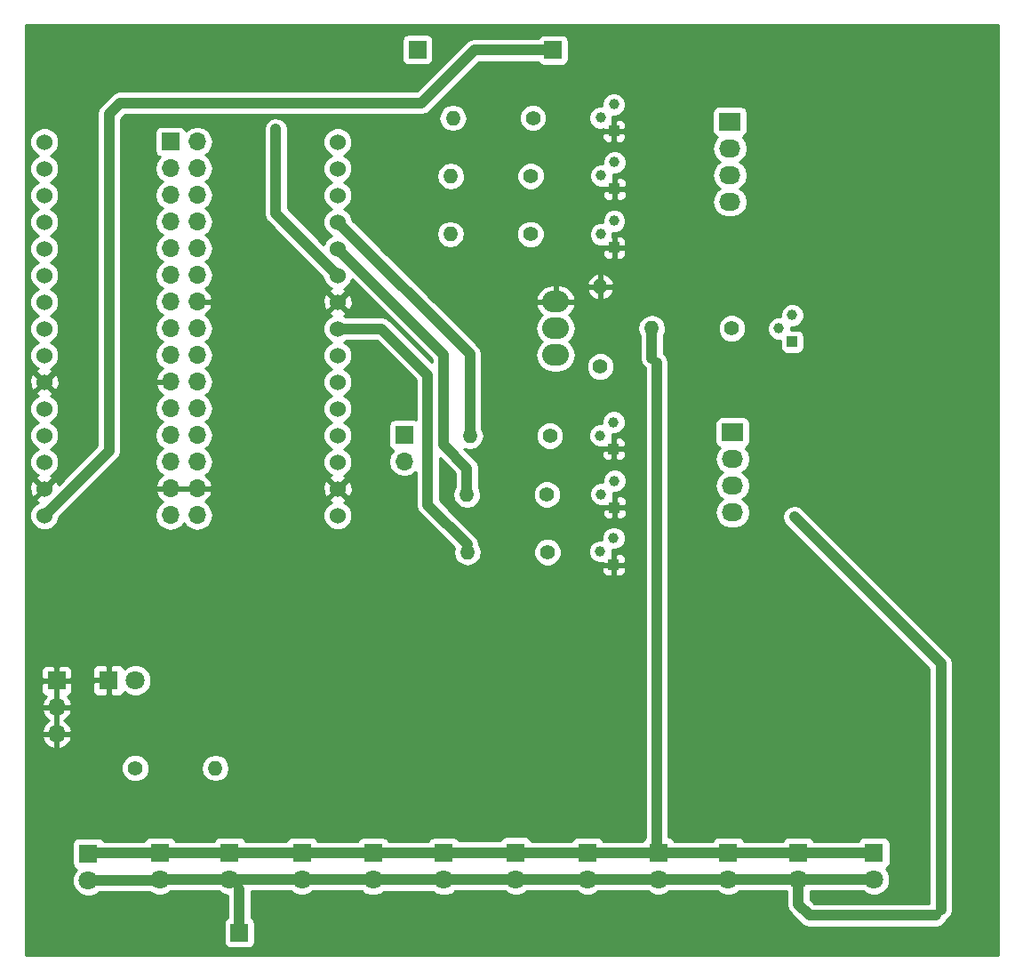
<source format=gbr>
%TF.GenerationSoftware,KiCad,Pcbnew,4.0.5+dfsg1-4*%
%TF.CreationDate,2018-11-05T18:37:42-05:00*%
%TF.ProjectId,ButtonLEDsController,427574746F6E4C454473436F6E74726F,rev?*%
%TF.FileFunction,Copper,L2,Bot,Signal*%
%FSLAX46Y46*%
G04 Gerber Fmt 4.6, Leading zero omitted, Abs format (unit mm)*
G04 Created by KiCad (PCBNEW 4.0.5+dfsg1-4) date Mon Nov  5 18:37:42 2018*
%MOMM*%
%LPD*%
G01*
G04 APERTURE LIST*
%ADD10C,0.100000*%
%ADD11R,1.800000X1.800000*%
%ADD12C,1.800000*%
%ADD13O,2.540000X2.032000*%
%ADD14C,1.400000*%
%ADD15O,1.400000X1.400000*%
%ADD16C,1.524000*%
%ADD17C,1.000000*%
%ADD18R,1.000000X1.000000*%
%ADD19R,1.700000X1.700000*%
%ADD20O,1.700000X1.700000*%
%ADD21R,2.032000X1.727200*%
%ADD22O,2.032000X1.727200*%
%ADD23C,0.600000*%
%ADD24C,1.000000*%
%ADD25C,0.250000*%
%ADD26C,0.254000*%
G04 APERTURE END LIST*
D10*
D11*
X21285200Y-93319600D03*
D12*
X21285200Y-95859600D03*
D11*
X28092400Y-93243400D03*
D12*
X28092400Y-95783400D03*
D11*
X34747200Y-93243400D03*
D12*
X34747200Y-95783400D03*
D11*
X41630600Y-93243400D03*
D12*
X41630600Y-95783400D03*
D11*
X48387000Y-93268800D03*
D12*
X48387000Y-95808800D03*
D11*
X55143400Y-93268800D03*
D12*
X55143400Y-95808800D03*
D11*
X62001400Y-93218800D03*
D12*
X62001400Y-95758800D03*
D11*
X68834000Y-93243400D03*
D12*
X68834000Y-95783400D03*
D11*
X75590400Y-93243400D03*
D12*
X75590400Y-95783400D03*
D11*
X82245200Y-93243400D03*
D12*
X82245200Y-95783400D03*
D11*
X88925400Y-93243400D03*
D12*
X88925400Y-95783400D03*
D11*
X96113600Y-93243400D03*
D12*
X96113600Y-95783400D03*
D11*
X23215600Y-76809600D03*
D12*
X25755600Y-76809600D03*
D13*
X65786000Y-43307000D03*
X65786000Y-40767000D03*
X65786000Y-45847000D03*
D14*
X70053200Y-46939200D03*
D15*
X70053200Y-39319200D03*
D14*
X82575400Y-43307000D03*
D15*
X74955400Y-43307000D03*
D14*
X25755600Y-85166200D03*
D15*
X33375600Y-85166200D03*
D14*
X63627000Y-23266400D03*
D15*
X56007000Y-23266400D03*
D14*
X63423800Y-28803600D03*
D15*
X55803800Y-28803600D03*
D14*
X63398400Y-34340800D03*
D15*
X55778400Y-34340800D03*
D14*
X65239900Y-53530500D03*
D15*
X57619900Y-53530500D03*
D14*
X64960500Y-59118500D03*
D15*
X57340500Y-59118500D03*
D14*
X65011300Y-64604900D03*
D15*
X57391300Y-64604900D03*
D16*
X17094200Y-25552400D03*
X17094200Y-28092400D03*
X17094200Y-30632400D03*
X17094200Y-33172400D03*
X17094200Y-35712400D03*
X17094200Y-38252400D03*
X17094200Y-40792400D03*
X17094200Y-43332400D03*
X17094200Y-45872400D03*
X17094200Y-48412400D03*
X17094200Y-50952400D03*
X17094200Y-53492400D03*
X17094200Y-56032400D03*
X17094200Y-58572400D03*
X17094200Y-61112400D03*
X45034200Y-61112400D03*
X45034200Y-58572400D03*
X45034200Y-56032400D03*
X45034200Y-53492400D03*
X45034200Y-50952400D03*
X45034200Y-48412400D03*
X45034200Y-45872400D03*
X45034200Y-43332400D03*
X45034200Y-40792400D03*
X45034200Y-38252400D03*
X45034200Y-35712400D03*
X45034200Y-33172400D03*
X45034200Y-30632400D03*
X45034200Y-28092400D03*
X45034200Y-25552400D03*
D17*
X87045800Y-43307000D03*
X88315800Y-42037000D03*
D18*
X88315800Y-44577000D03*
D17*
X70078600Y-23241000D03*
X71348600Y-21971000D03*
D18*
X71348600Y-24511000D03*
D17*
X70129400Y-28752800D03*
X71399400Y-27482800D03*
D18*
X71399400Y-30022800D03*
D17*
X70104000Y-34340800D03*
X71374000Y-33070800D03*
D18*
X71374000Y-35610800D03*
D17*
X70053200Y-53517800D03*
X71323200Y-52247800D03*
D18*
X71323200Y-54787800D03*
D17*
X70129400Y-59080400D03*
X71399400Y-57810400D03*
D18*
X71399400Y-60350400D03*
D17*
X70053200Y-64541400D03*
X71323200Y-63271400D03*
D18*
X71323200Y-65811400D03*
D19*
X29108400Y-25527000D03*
D20*
X31648400Y-25527000D03*
X29108400Y-28067000D03*
X31648400Y-28067000D03*
X29108400Y-30607000D03*
X31648400Y-30607000D03*
X29108400Y-33147000D03*
X31648400Y-33147000D03*
X29108400Y-35687000D03*
X31648400Y-35687000D03*
X29108400Y-38227000D03*
X31648400Y-38227000D03*
X29108400Y-40767000D03*
X31648400Y-40767000D03*
X29108400Y-43307000D03*
X31648400Y-43307000D03*
X29108400Y-45847000D03*
X31648400Y-45847000D03*
X29108400Y-48387000D03*
X31648400Y-48387000D03*
X29108400Y-50927000D03*
X31648400Y-50927000D03*
X29108400Y-53467000D03*
X31648400Y-53467000D03*
X29108400Y-56007000D03*
X31648400Y-56007000D03*
X29108400Y-58547000D03*
X31648400Y-58547000D03*
X29108400Y-61087000D03*
X31648400Y-61087000D03*
D19*
X18262600Y-76835000D03*
D20*
X18262600Y-79375000D03*
X18262600Y-81915000D03*
D19*
X35661600Y-100838000D03*
X65532000Y-16814800D03*
X52628800Y-16764000D03*
X51358800Y-53441600D03*
D20*
X51358800Y-55981600D03*
D21*
X82384900Y-23622000D03*
D22*
X82384900Y-26162000D03*
X82384900Y-28702000D03*
X82384900Y-31242000D03*
D21*
X82638900Y-53213000D03*
D22*
X82638900Y-55753000D03*
X82638900Y-58293000D03*
X82638900Y-60833000D03*
D23*
X88544400Y-61264800D03*
X39090600Y-24282400D03*
D24*
X96113600Y-93243400D02*
X88925400Y-93243400D01*
X82245200Y-93243400D02*
X88925400Y-93243400D01*
X28092400Y-93243400D02*
X21361400Y-93243400D01*
D25*
X21361400Y-93243400D02*
X21285200Y-93319600D01*
D24*
X34747200Y-93243400D02*
X28092400Y-93243400D01*
X41630600Y-93243400D02*
X34747200Y-93243400D01*
X55143400Y-93268800D02*
X48387000Y-93268800D01*
D25*
X48387000Y-93268800D02*
X48361600Y-93243400D01*
D24*
X48361600Y-93243400D02*
X41630600Y-93243400D01*
X62001400Y-93218800D02*
X55193400Y-93218800D01*
D25*
X55193400Y-93218800D02*
X55143400Y-93268800D01*
D24*
X68834000Y-93243400D02*
X62026000Y-93243400D01*
D25*
X62026000Y-93243400D02*
X62001400Y-93218800D01*
D24*
X75590400Y-93243400D02*
X68834000Y-93243400D01*
X75590400Y-93243400D02*
X83007200Y-93243400D01*
D25*
X83007200Y-93243400D02*
X82245200Y-93243400D01*
D24*
X74955400Y-43307000D02*
X74955400Y-46126400D01*
X75438000Y-46609000D02*
X75438000Y-93091000D01*
D25*
X74955400Y-46126400D02*
X75438000Y-46609000D01*
X75438000Y-93091000D02*
X75590400Y-93243400D01*
D24*
X88925400Y-95783400D02*
X88925400Y-98120200D01*
X102514400Y-75234800D02*
X88544400Y-61264800D01*
X102514400Y-98653600D02*
X102514400Y-75234800D01*
D25*
X101981000Y-99187000D02*
X102514400Y-98653600D01*
D24*
X89992200Y-99187000D02*
X101981000Y-99187000D01*
X88925400Y-98120200D02*
X89992200Y-99187000D01*
X88925400Y-95783400D02*
X96113600Y-95783400D01*
X82245200Y-95783400D02*
X88925400Y-95783400D01*
X75590400Y-95783400D02*
X82245200Y-95783400D01*
X68834000Y-95783400D02*
X75590400Y-95783400D01*
X62001400Y-95758800D02*
X68809400Y-95758800D01*
D25*
X68809400Y-95758800D02*
X68834000Y-95783400D01*
D24*
X62001400Y-95758800D02*
X55193400Y-95758800D01*
D25*
X55193400Y-95758800D02*
X55143400Y-95808800D01*
D24*
X48387000Y-95808800D02*
X55143400Y-95808800D01*
X41630600Y-95783400D02*
X48361600Y-95783400D01*
D25*
X48361600Y-95783400D02*
X48387000Y-95808800D01*
D24*
X34747200Y-95783400D02*
X41630600Y-95783400D01*
X28092400Y-95783400D02*
X34747200Y-95783400D01*
X21285200Y-95859600D02*
X28016200Y-95859600D01*
D25*
X28016200Y-95859600D02*
X28092400Y-95783400D01*
D24*
X35661600Y-100838000D02*
X35661600Y-96697800D01*
D25*
X35661600Y-96697800D02*
X34747200Y-95783400D01*
D24*
X23241000Y-54965600D02*
X17094200Y-61112400D01*
X23241000Y-22910800D02*
X23241000Y-54965600D01*
X24307800Y-21844000D02*
X23241000Y-22910800D01*
X53035200Y-21844000D02*
X24307800Y-21844000D01*
X58064400Y-16814800D02*
X53035200Y-21844000D01*
X65532000Y-16814800D02*
X58064400Y-16814800D01*
X39141400Y-32359600D02*
X45034200Y-38252400D01*
X39141400Y-24333200D02*
X39141400Y-32359600D01*
D25*
X39090600Y-24282400D02*
X39141400Y-24333200D01*
D24*
X57619900Y-53530500D02*
X57619900Y-45758100D01*
X57619900Y-45758100D02*
X45034200Y-33172400D01*
X57340500Y-59118500D02*
X57340500Y-56629300D01*
X55118000Y-45796200D02*
X45034200Y-35712400D01*
X55118000Y-54406800D02*
X55118000Y-45796200D01*
X57340500Y-56629300D02*
X55118000Y-54406800D01*
D25*
X57391300Y-64604900D02*
X57391300Y-63893700D01*
D24*
X49199800Y-43332400D02*
X45034200Y-43332400D01*
X53619400Y-47752000D02*
X49199800Y-43332400D01*
X53619400Y-60121800D02*
X53619400Y-47752000D01*
X57391300Y-63893700D02*
X53619400Y-60121800D01*
D26*
G36*
X107912700Y-102997800D02*
X15315400Y-102997800D01*
X15315400Y-92419600D01*
X19737760Y-92419600D01*
X19737760Y-94219600D01*
X19782038Y-94454917D01*
X19921110Y-94671041D01*
X20133310Y-94816031D01*
X20153734Y-94820167D01*
X19984649Y-94988957D01*
X19750467Y-95552930D01*
X19749935Y-96163591D01*
X19983132Y-96727971D01*
X20414557Y-97160151D01*
X20978530Y-97394333D01*
X21589191Y-97394865D01*
X22153571Y-97161668D01*
X22320931Y-96994600D01*
X27132562Y-96994600D01*
X27221757Y-97083951D01*
X27785730Y-97318133D01*
X28396391Y-97318665D01*
X28960771Y-97085468D01*
X29128131Y-96918400D01*
X33711295Y-96918400D01*
X33876557Y-97083951D01*
X34440530Y-97318133D01*
X34526600Y-97318208D01*
X34526600Y-99416808D01*
X34360159Y-99523910D01*
X34215169Y-99736110D01*
X34164160Y-99988000D01*
X34164160Y-101688000D01*
X34208438Y-101923317D01*
X34347510Y-102139441D01*
X34559710Y-102284431D01*
X34811600Y-102335440D01*
X36511600Y-102335440D01*
X36746917Y-102291162D01*
X36963041Y-102152090D01*
X37108031Y-101939890D01*
X37159040Y-101688000D01*
X37159040Y-99988000D01*
X37114762Y-99752683D01*
X36975690Y-99536559D01*
X36796600Y-99414192D01*
X36796600Y-96918400D01*
X40594695Y-96918400D01*
X40759957Y-97083951D01*
X41323930Y-97318133D01*
X41934591Y-97318665D01*
X42498971Y-97085468D01*
X42666331Y-96918400D01*
X47325740Y-96918400D01*
X47516357Y-97109351D01*
X48080330Y-97343533D01*
X48690991Y-97344065D01*
X49255371Y-97110868D01*
X49422731Y-96943800D01*
X54107495Y-96943800D01*
X54272757Y-97109351D01*
X54836730Y-97343533D01*
X55447391Y-97344065D01*
X56011771Y-97110868D01*
X56229219Y-96893800D01*
X60965495Y-96893800D01*
X61130757Y-97059351D01*
X61694730Y-97293533D01*
X62305391Y-97294065D01*
X62869771Y-97060868D01*
X63037131Y-96893800D01*
X67773538Y-96893800D01*
X67963357Y-97083951D01*
X68527330Y-97318133D01*
X69137991Y-97318665D01*
X69702371Y-97085468D01*
X69869731Y-96918400D01*
X74554495Y-96918400D01*
X74719757Y-97083951D01*
X75283730Y-97318133D01*
X75894391Y-97318665D01*
X76458771Y-97085468D01*
X76626131Y-96918400D01*
X81209295Y-96918400D01*
X81374557Y-97083951D01*
X81938530Y-97318133D01*
X82549191Y-97318665D01*
X83113571Y-97085468D01*
X83280931Y-96918400D01*
X87790400Y-96918400D01*
X87790400Y-98120200D01*
X87876797Y-98554546D01*
X88105057Y-98896161D01*
X88122834Y-98922766D01*
X89189634Y-99989566D01*
X89557854Y-100235603D01*
X89992200Y-100322000D01*
X101981000Y-100322000D01*
X102415346Y-100235603D01*
X102783566Y-99989566D01*
X102997216Y-99669816D01*
X103316966Y-99456166D01*
X103563003Y-99087946D01*
X103649400Y-98653600D01*
X103649400Y-75234800D01*
X103563003Y-74800454D01*
X103316966Y-74432233D01*
X89346966Y-60462234D01*
X88978745Y-60216197D01*
X88544400Y-60129800D01*
X88110055Y-60216197D01*
X87741834Y-60462234D01*
X87495797Y-60830455D01*
X87409400Y-61264800D01*
X87495797Y-61699145D01*
X87741834Y-62067366D01*
X101379400Y-75704933D01*
X101379400Y-98052000D01*
X90462332Y-98052000D01*
X90060400Y-97650068D01*
X90060400Y-96918400D01*
X95077695Y-96918400D01*
X95242957Y-97083951D01*
X95806930Y-97318133D01*
X96417591Y-97318665D01*
X96981971Y-97085468D01*
X97414151Y-96654043D01*
X97648333Y-96090070D01*
X97648865Y-95479409D01*
X97415668Y-94915029D01*
X97247720Y-94746787D01*
X97248917Y-94746562D01*
X97465041Y-94607490D01*
X97610031Y-94395290D01*
X97661040Y-94143400D01*
X97661040Y-92343400D01*
X97616762Y-92108083D01*
X97477690Y-91891959D01*
X97265490Y-91746969D01*
X97013600Y-91695960D01*
X95213600Y-91695960D01*
X94978283Y-91740238D01*
X94762159Y-91879310D01*
X94617169Y-92091510D01*
X94613749Y-92108400D01*
X90428622Y-92108400D01*
X90428562Y-92108083D01*
X90289490Y-91891959D01*
X90077290Y-91746969D01*
X89825400Y-91695960D01*
X88025400Y-91695960D01*
X87790083Y-91740238D01*
X87573959Y-91879310D01*
X87428969Y-92091510D01*
X87425549Y-92108400D01*
X83748422Y-92108400D01*
X83748362Y-92108083D01*
X83609290Y-91891959D01*
X83397090Y-91746969D01*
X83145200Y-91695960D01*
X81345200Y-91695960D01*
X81109883Y-91740238D01*
X80893759Y-91879310D01*
X80748769Y-92091510D01*
X80745349Y-92108400D01*
X77093622Y-92108400D01*
X77093562Y-92108083D01*
X76954490Y-91891959D01*
X76742290Y-91746969D01*
X76573000Y-91712687D01*
X76573000Y-55753000D01*
X80955555Y-55753000D01*
X81069629Y-56326489D01*
X81394485Y-56812670D01*
X81709266Y-57023000D01*
X81394485Y-57233330D01*
X81069629Y-57719511D01*
X80955555Y-58293000D01*
X81069629Y-58866489D01*
X81394485Y-59352670D01*
X81709266Y-59563000D01*
X81394485Y-59773330D01*
X81069629Y-60259511D01*
X80955555Y-60833000D01*
X81069629Y-61406489D01*
X81394485Y-61892670D01*
X81880666Y-62217526D01*
X82454155Y-62331600D01*
X82823645Y-62331600D01*
X83397134Y-62217526D01*
X83883315Y-61892670D01*
X84208171Y-61406489D01*
X84322245Y-60833000D01*
X84208171Y-60259511D01*
X83883315Y-59773330D01*
X83568534Y-59563000D01*
X83883315Y-59352670D01*
X84208171Y-58866489D01*
X84322245Y-58293000D01*
X84208171Y-57719511D01*
X83883315Y-57233330D01*
X83568534Y-57023000D01*
X83883315Y-56812670D01*
X84208171Y-56326489D01*
X84322245Y-55753000D01*
X84208171Y-55179511D01*
X83883315Y-54693330D01*
X83868987Y-54683757D01*
X83890217Y-54679762D01*
X84106341Y-54540690D01*
X84251331Y-54328490D01*
X84302340Y-54076600D01*
X84302340Y-52349400D01*
X84258062Y-52114083D01*
X84118990Y-51897959D01*
X83906790Y-51752969D01*
X83654900Y-51701960D01*
X81622900Y-51701960D01*
X81387583Y-51746238D01*
X81171459Y-51885310D01*
X81026469Y-52097510D01*
X80975460Y-52349400D01*
X80975460Y-54076600D01*
X81019738Y-54311917D01*
X81158810Y-54528041D01*
X81371010Y-54673031D01*
X81412339Y-54681400D01*
X81394485Y-54693330D01*
X81069629Y-55179511D01*
X80955555Y-55753000D01*
X76573000Y-55753000D01*
X76573000Y-46609000D01*
X76486603Y-46174654D01*
X76240566Y-45806434D01*
X76090400Y-45706096D01*
X76090400Y-44004260D01*
X76214933Y-43817882D01*
X76263964Y-43571383D01*
X81240169Y-43571383D01*
X81442982Y-44062229D01*
X81818196Y-44438098D01*
X82308687Y-44641768D01*
X82839783Y-44642231D01*
X83330629Y-44439418D01*
X83706498Y-44064204D01*
X83910168Y-43573713D01*
X83910204Y-43531775D01*
X85910603Y-43531775D01*
X86083033Y-43949086D01*
X86402035Y-44268645D01*
X86819044Y-44441803D01*
X87168360Y-44442108D01*
X87168360Y-45077000D01*
X87212638Y-45312317D01*
X87351710Y-45528441D01*
X87563910Y-45673431D01*
X87815800Y-45724440D01*
X88815800Y-45724440D01*
X89051117Y-45680162D01*
X89267241Y-45541090D01*
X89412231Y-45328890D01*
X89463240Y-45077000D01*
X89463240Y-44077000D01*
X89418962Y-43841683D01*
X89279890Y-43625559D01*
X89067690Y-43480569D01*
X88815800Y-43429560D01*
X88180694Y-43429560D01*
X88180919Y-43171883D01*
X88540575Y-43172197D01*
X88957886Y-42999767D01*
X89277445Y-42680765D01*
X89450603Y-42263756D01*
X89450997Y-41812225D01*
X89278567Y-41394914D01*
X88959565Y-41075355D01*
X88542556Y-40902197D01*
X88091025Y-40901803D01*
X87673714Y-41074233D01*
X87354155Y-41393235D01*
X87180997Y-41810244D01*
X87180681Y-42172117D01*
X86821025Y-42171803D01*
X86403714Y-42344233D01*
X86084155Y-42663235D01*
X85910997Y-43080244D01*
X85910603Y-43531775D01*
X83910204Y-43531775D01*
X83910631Y-43042617D01*
X83707818Y-42551771D01*
X83332604Y-42175902D01*
X82842113Y-41972232D01*
X82311017Y-41971769D01*
X81820171Y-42174582D01*
X81444302Y-42549796D01*
X81240632Y-43040287D01*
X81240169Y-43571383D01*
X76263964Y-43571383D01*
X76316554Y-43307000D01*
X76214933Y-42796118D01*
X75925542Y-42363012D01*
X75492436Y-42073621D01*
X74981554Y-41972000D01*
X74929246Y-41972000D01*
X74418364Y-42073621D01*
X73985258Y-42363012D01*
X73695867Y-42796118D01*
X73594246Y-43307000D01*
X73695867Y-43817882D01*
X73820400Y-44004260D01*
X73820400Y-46126400D01*
X73906797Y-46560746D01*
X74152834Y-46928966D01*
X74303000Y-47029304D01*
X74303000Y-91838101D01*
X74238959Y-91879310D01*
X74093969Y-92091510D01*
X74090549Y-92108400D01*
X70337222Y-92108400D01*
X70337162Y-92108083D01*
X70198090Y-91891959D01*
X69985890Y-91746969D01*
X69734000Y-91695960D01*
X67934000Y-91695960D01*
X67698683Y-91740238D01*
X67482559Y-91879310D01*
X67337569Y-92091510D01*
X67334149Y-92108400D01*
X63509250Y-92108400D01*
X63504562Y-92083483D01*
X63365490Y-91867359D01*
X63153290Y-91722369D01*
X62901400Y-91671360D01*
X61101400Y-91671360D01*
X60866083Y-91715638D01*
X60649959Y-91854710D01*
X60504969Y-92066910D01*
X60501549Y-92083800D01*
X56614592Y-92083800D01*
X56507490Y-91917359D01*
X56295290Y-91772369D01*
X56043400Y-91721360D01*
X54243400Y-91721360D01*
X54008083Y-91765638D01*
X53791959Y-91904710D01*
X53646969Y-92116910D01*
X53643549Y-92133800D01*
X49890222Y-92133800D01*
X49890162Y-92133483D01*
X49751090Y-91917359D01*
X49538890Y-91772369D01*
X49287000Y-91721360D01*
X47487000Y-91721360D01*
X47251683Y-91765638D01*
X47035559Y-91904710D01*
X46896384Y-92108400D01*
X43133822Y-92108400D01*
X43133762Y-92108083D01*
X42994690Y-91891959D01*
X42782490Y-91746969D01*
X42530600Y-91695960D01*
X40730600Y-91695960D01*
X40495283Y-91740238D01*
X40279159Y-91879310D01*
X40134169Y-92091510D01*
X40130749Y-92108400D01*
X36250422Y-92108400D01*
X36250362Y-92108083D01*
X36111290Y-91891959D01*
X35899090Y-91746969D01*
X35647200Y-91695960D01*
X33847200Y-91695960D01*
X33611883Y-91740238D01*
X33395759Y-91879310D01*
X33250769Y-92091510D01*
X33247349Y-92108400D01*
X29595622Y-92108400D01*
X29595562Y-92108083D01*
X29456490Y-91891959D01*
X29244290Y-91746969D01*
X28992400Y-91695960D01*
X27192400Y-91695960D01*
X26957083Y-91740238D01*
X26740959Y-91879310D01*
X26595969Y-92091510D01*
X26592549Y-92108400D01*
X22739533Y-92108400D01*
X22649290Y-91968159D01*
X22437090Y-91823169D01*
X22185200Y-91772160D01*
X20385200Y-91772160D01*
X20149883Y-91816438D01*
X19933759Y-91955510D01*
X19788769Y-92167710D01*
X19737760Y-92419600D01*
X15315400Y-92419600D01*
X15315400Y-85430583D01*
X24420369Y-85430583D01*
X24623182Y-85921429D01*
X24998396Y-86297298D01*
X25488887Y-86500968D01*
X26019983Y-86501431D01*
X26510829Y-86298618D01*
X26886698Y-85923404D01*
X27090368Y-85432913D01*
X27090600Y-85166200D01*
X32014446Y-85166200D01*
X32116067Y-85677082D01*
X32405458Y-86110188D01*
X32838564Y-86399579D01*
X33349446Y-86501200D01*
X33401754Y-86501200D01*
X33912636Y-86399579D01*
X34345742Y-86110188D01*
X34635133Y-85677082D01*
X34736754Y-85166200D01*
X34635133Y-84655318D01*
X34345742Y-84222212D01*
X33912636Y-83932821D01*
X33401754Y-83831200D01*
X33349446Y-83831200D01*
X32838564Y-83932821D01*
X32405458Y-84222212D01*
X32116067Y-84655318D01*
X32014446Y-85166200D01*
X27090600Y-85166200D01*
X27090831Y-84901817D01*
X26888018Y-84410971D01*
X26512804Y-84035102D01*
X26022313Y-83831432D01*
X25491217Y-83830969D01*
X25000371Y-84033782D01*
X24624502Y-84408996D01*
X24420832Y-84899487D01*
X24420369Y-85430583D01*
X15315400Y-85430583D01*
X15315400Y-82271890D01*
X16821124Y-82271890D01*
X16990955Y-82681924D01*
X17381242Y-83110183D01*
X17905708Y-83356486D01*
X18135600Y-83235819D01*
X18135600Y-82042000D01*
X18389600Y-82042000D01*
X18389600Y-83235819D01*
X18619492Y-83356486D01*
X19143958Y-83110183D01*
X19534245Y-82681924D01*
X19704076Y-82271890D01*
X19582755Y-82042000D01*
X18389600Y-82042000D01*
X18135600Y-82042000D01*
X16942445Y-82042000D01*
X16821124Y-82271890D01*
X15315400Y-82271890D01*
X15315400Y-79731890D01*
X16821124Y-79731890D01*
X16990955Y-80141924D01*
X17381242Y-80570183D01*
X17540554Y-80645000D01*
X17381242Y-80719817D01*
X16990955Y-81148076D01*
X16821124Y-81558110D01*
X16942445Y-81788000D01*
X18135600Y-81788000D01*
X18135600Y-79502000D01*
X18389600Y-79502000D01*
X18389600Y-81788000D01*
X19582755Y-81788000D01*
X19704076Y-81558110D01*
X19534245Y-81148076D01*
X19143958Y-80719817D01*
X18984646Y-80645000D01*
X19143958Y-80570183D01*
X19534245Y-80141924D01*
X19704076Y-79731890D01*
X19582755Y-79502000D01*
X18389600Y-79502000D01*
X18135600Y-79502000D01*
X16942445Y-79502000D01*
X16821124Y-79731890D01*
X15315400Y-79731890D01*
X15315400Y-77120750D01*
X16777600Y-77120750D01*
X16777600Y-77811310D01*
X16874273Y-78044699D01*
X17052902Y-78223327D01*
X17262478Y-78310136D01*
X16990955Y-78608076D01*
X16821124Y-79018110D01*
X16942445Y-79248000D01*
X18135600Y-79248000D01*
X18135600Y-76962000D01*
X18389600Y-76962000D01*
X18389600Y-79248000D01*
X19582755Y-79248000D01*
X19704076Y-79018110D01*
X19534245Y-78608076D01*
X19262722Y-78310136D01*
X19472298Y-78223327D01*
X19650927Y-78044699D01*
X19747600Y-77811310D01*
X19747600Y-77120750D01*
X19722200Y-77095350D01*
X21680600Y-77095350D01*
X21680600Y-77835910D01*
X21777273Y-78069299D01*
X21955902Y-78247927D01*
X22189291Y-78344600D01*
X22929850Y-78344600D01*
X23088600Y-78185850D01*
X23088600Y-76936600D01*
X21839350Y-76936600D01*
X21680600Y-77095350D01*
X19722200Y-77095350D01*
X19588850Y-76962000D01*
X18389600Y-76962000D01*
X18135600Y-76962000D01*
X16936350Y-76962000D01*
X16777600Y-77120750D01*
X15315400Y-77120750D01*
X15315400Y-75858690D01*
X16777600Y-75858690D01*
X16777600Y-76549250D01*
X16936350Y-76708000D01*
X18135600Y-76708000D01*
X18135600Y-75508750D01*
X18389600Y-75508750D01*
X18389600Y-76708000D01*
X19588850Y-76708000D01*
X19747600Y-76549250D01*
X19747600Y-75858690D01*
X19716369Y-75783290D01*
X21680600Y-75783290D01*
X21680600Y-76523850D01*
X21839350Y-76682600D01*
X23088600Y-76682600D01*
X23088600Y-75433350D01*
X23342600Y-75433350D01*
X23342600Y-76682600D01*
X23362600Y-76682600D01*
X23362600Y-76936600D01*
X23342600Y-76936600D01*
X23342600Y-78185850D01*
X23501350Y-78344600D01*
X24241909Y-78344600D01*
X24475298Y-78247927D01*
X24653927Y-78069299D01*
X24709719Y-77934606D01*
X24884957Y-78110151D01*
X25448930Y-78344333D01*
X26059591Y-78344865D01*
X26623971Y-78111668D01*
X27056151Y-77680243D01*
X27290333Y-77116270D01*
X27290865Y-76505609D01*
X27057668Y-75941229D01*
X26626243Y-75509049D01*
X26062270Y-75274867D01*
X25451609Y-75274335D01*
X24887229Y-75507532D01*
X24709759Y-75684692D01*
X24653927Y-75549901D01*
X24475298Y-75371273D01*
X24241909Y-75274600D01*
X23501350Y-75274600D01*
X23342600Y-75433350D01*
X23088600Y-75433350D01*
X22929850Y-75274600D01*
X22189291Y-75274600D01*
X21955902Y-75371273D01*
X21777273Y-75549901D01*
X21680600Y-75783290D01*
X19716369Y-75783290D01*
X19650927Y-75625301D01*
X19472298Y-75446673D01*
X19238909Y-75350000D01*
X18548350Y-75350000D01*
X18389600Y-75508750D01*
X18135600Y-75508750D01*
X17976850Y-75350000D01*
X17286291Y-75350000D01*
X17052902Y-75446673D01*
X16874273Y-75625301D01*
X16777600Y-75858690D01*
X15315400Y-75858690D01*
X15315400Y-66097150D01*
X70188200Y-66097150D01*
X70188200Y-66437710D01*
X70284873Y-66671099D01*
X70463502Y-66849727D01*
X70696891Y-66946400D01*
X71037450Y-66946400D01*
X71196200Y-66787650D01*
X71196200Y-65938400D01*
X71450200Y-65938400D01*
X71450200Y-66787650D01*
X71608950Y-66946400D01*
X71949509Y-66946400D01*
X72182898Y-66849727D01*
X72361527Y-66671099D01*
X72458200Y-66437710D01*
X72458200Y-66097150D01*
X72299450Y-65938400D01*
X71450200Y-65938400D01*
X71196200Y-65938400D01*
X70346950Y-65938400D01*
X70188200Y-66097150D01*
X15315400Y-66097150D01*
X15315400Y-61389061D01*
X15696958Y-61389061D01*
X15909190Y-61902703D01*
X16301830Y-62296029D01*
X16815100Y-62509157D01*
X17370861Y-62509642D01*
X17884503Y-62297410D01*
X18277829Y-61904770D01*
X18490957Y-61391500D01*
X18491019Y-61320713D01*
X18724732Y-61087000D01*
X27594307Y-61087000D01*
X27707346Y-61655285D01*
X28029253Y-62137054D01*
X28511022Y-62458961D01*
X29079307Y-62572000D01*
X29137493Y-62572000D01*
X29705778Y-62458961D01*
X30187547Y-62137054D01*
X30378400Y-61851422D01*
X30569253Y-62137054D01*
X31051022Y-62458961D01*
X31619307Y-62572000D01*
X31677493Y-62572000D01*
X32245778Y-62458961D01*
X32727547Y-62137054D01*
X33049454Y-61655285D01*
X33102409Y-61389061D01*
X43636958Y-61389061D01*
X43849190Y-61902703D01*
X44241830Y-62296029D01*
X44755100Y-62509157D01*
X45310861Y-62509642D01*
X45824503Y-62297410D01*
X46217829Y-61904770D01*
X46430957Y-61391500D01*
X46431442Y-60835739D01*
X46219210Y-60322097D01*
X45826570Y-59928771D01*
X45634473Y-59849005D01*
X45765343Y-59794797D01*
X45834808Y-59552613D01*
X45034200Y-58752005D01*
X44233592Y-59552613D01*
X44303057Y-59794797D01*
X44443518Y-59844909D01*
X44243897Y-59927390D01*
X43850571Y-60320030D01*
X43637443Y-60833300D01*
X43636958Y-61389061D01*
X33102409Y-61389061D01*
X33162493Y-61087000D01*
X33049454Y-60518715D01*
X32727547Y-60036946D01*
X32386847Y-59809298D01*
X32529758Y-59742183D01*
X32920045Y-59313924D01*
X33089876Y-58903890D01*
X32968555Y-58674000D01*
X31775400Y-58674000D01*
X31775400Y-58694000D01*
X31521400Y-58694000D01*
X31521400Y-58674000D01*
X29235400Y-58674000D01*
X29235400Y-58694000D01*
X28981400Y-58694000D01*
X28981400Y-58674000D01*
X27788245Y-58674000D01*
X27666924Y-58903890D01*
X27836755Y-59313924D01*
X28227042Y-59742183D01*
X28369953Y-59809298D01*
X28029253Y-60036946D01*
X27707346Y-60518715D01*
X27594307Y-61087000D01*
X18724732Y-61087000D01*
X24043566Y-55768166D01*
X24194819Y-55541800D01*
X24289603Y-55399946D01*
X24376000Y-54965600D01*
X24376000Y-28067000D01*
X27594307Y-28067000D01*
X27707346Y-28635285D01*
X28029253Y-29117054D01*
X28358426Y-29337000D01*
X28029253Y-29556946D01*
X27707346Y-30038715D01*
X27594307Y-30607000D01*
X27707346Y-31175285D01*
X28029253Y-31657054D01*
X28358426Y-31877000D01*
X28029253Y-32096946D01*
X27707346Y-32578715D01*
X27594307Y-33147000D01*
X27707346Y-33715285D01*
X28029253Y-34197054D01*
X28358426Y-34417000D01*
X28029253Y-34636946D01*
X27707346Y-35118715D01*
X27594307Y-35687000D01*
X27707346Y-36255285D01*
X28029253Y-36737054D01*
X28358426Y-36957000D01*
X28029253Y-37176946D01*
X27707346Y-37658715D01*
X27594307Y-38227000D01*
X27707346Y-38795285D01*
X28029253Y-39277054D01*
X28358426Y-39497000D01*
X28029253Y-39716946D01*
X27707346Y-40198715D01*
X27594307Y-40767000D01*
X27707346Y-41335285D01*
X28029253Y-41817054D01*
X28358426Y-42037000D01*
X28029253Y-42256946D01*
X27707346Y-42738715D01*
X27594307Y-43307000D01*
X27707346Y-43875285D01*
X28029253Y-44357054D01*
X28358426Y-44577000D01*
X28029253Y-44796946D01*
X27707346Y-45278715D01*
X27594307Y-45847000D01*
X27707346Y-46415285D01*
X28029253Y-46897054D01*
X28369953Y-47124702D01*
X28227042Y-47191817D01*
X27836755Y-47620076D01*
X27666924Y-48030110D01*
X27788245Y-48260000D01*
X28981400Y-48260000D01*
X28981400Y-48240000D01*
X29235400Y-48240000D01*
X29235400Y-48260000D01*
X29255400Y-48260000D01*
X29255400Y-48514000D01*
X29235400Y-48514000D01*
X29235400Y-48534000D01*
X28981400Y-48534000D01*
X28981400Y-48514000D01*
X27788245Y-48514000D01*
X27666924Y-48743890D01*
X27836755Y-49153924D01*
X28227042Y-49582183D01*
X28369953Y-49649298D01*
X28029253Y-49876946D01*
X27707346Y-50358715D01*
X27594307Y-50927000D01*
X27707346Y-51495285D01*
X28029253Y-51977054D01*
X28358426Y-52197000D01*
X28029253Y-52416946D01*
X27707346Y-52898715D01*
X27594307Y-53467000D01*
X27707346Y-54035285D01*
X28029253Y-54517054D01*
X28358426Y-54737000D01*
X28029253Y-54956946D01*
X27707346Y-55438715D01*
X27594307Y-56007000D01*
X27707346Y-56575285D01*
X28029253Y-57057054D01*
X28369953Y-57284702D01*
X28227042Y-57351817D01*
X27836755Y-57780076D01*
X27666924Y-58190110D01*
X27788245Y-58420000D01*
X28981400Y-58420000D01*
X28981400Y-58400000D01*
X29235400Y-58400000D01*
X29235400Y-58420000D01*
X31521400Y-58420000D01*
X31521400Y-58400000D01*
X31775400Y-58400000D01*
X31775400Y-58420000D01*
X32968555Y-58420000D01*
X32997737Y-58364702D01*
X43625056Y-58364702D01*
X43652838Y-58919768D01*
X43811803Y-59303543D01*
X44053987Y-59373008D01*
X44854595Y-58572400D01*
X45213805Y-58572400D01*
X46014413Y-59373008D01*
X46256597Y-59303543D01*
X46443344Y-58780098D01*
X46415562Y-58225032D01*
X46256597Y-57841257D01*
X46014413Y-57771792D01*
X45213805Y-58572400D01*
X44854595Y-58572400D01*
X44053987Y-57771792D01*
X43811803Y-57841257D01*
X43625056Y-58364702D01*
X32997737Y-58364702D01*
X33089876Y-58190110D01*
X32920045Y-57780076D01*
X32529758Y-57351817D01*
X32386847Y-57284702D01*
X32727547Y-57057054D01*
X33049454Y-56575285D01*
X33162493Y-56007000D01*
X33049454Y-55438715D01*
X32727547Y-54956946D01*
X32398374Y-54737000D01*
X32727547Y-54517054D01*
X33049454Y-54035285D01*
X33162493Y-53467000D01*
X33049454Y-52898715D01*
X32727547Y-52416946D01*
X32398374Y-52197000D01*
X32727547Y-51977054D01*
X33049454Y-51495285D01*
X33162493Y-50927000D01*
X33049454Y-50358715D01*
X32727547Y-49876946D01*
X32398374Y-49657000D01*
X32727547Y-49437054D01*
X33049454Y-48955285D01*
X33162493Y-48387000D01*
X33049454Y-47818715D01*
X32727547Y-47336946D01*
X32398374Y-47117000D01*
X32727547Y-46897054D01*
X33049454Y-46415285D01*
X33162493Y-45847000D01*
X33049454Y-45278715D01*
X32727547Y-44796946D01*
X32398374Y-44577000D01*
X32727547Y-44357054D01*
X33049454Y-43875285D01*
X33162493Y-43307000D01*
X33049454Y-42738715D01*
X32727547Y-42256946D01*
X32386847Y-42029298D01*
X32529758Y-41962183D01*
X32920045Y-41533924D01*
X33089876Y-41123890D01*
X32968555Y-40894000D01*
X31775400Y-40894000D01*
X31775400Y-40914000D01*
X31521400Y-40914000D01*
X31521400Y-40894000D01*
X31501400Y-40894000D01*
X31501400Y-40640000D01*
X31521400Y-40640000D01*
X31521400Y-40620000D01*
X31775400Y-40620000D01*
X31775400Y-40640000D01*
X32968555Y-40640000D01*
X32997737Y-40584702D01*
X43625056Y-40584702D01*
X43652838Y-41139768D01*
X43811803Y-41523543D01*
X44053987Y-41593008D01*
X44854595Y-40792400D01*
X45213805Y-40792400D01*
X46014413Y-41593008D01*
X46256597Y-41523543D01*
X46443344Y-41000098D01*
X46415562Y-40445032D01*
X46256597Y-40061257D01*
X46014413Y-39991792D01*
X45213805Y-40792400D01*
X44854595Y-40792400D01*
X44053987Y-39991792D01*
X43811803Y-40061257D01*
X43625056Y-40584702D01*
X32997737Y-40584702D01*
X33089876Y-40410110D01*
X32920045Y-40000076D01*
X32529758Y-39571817D01*
X32386847Y-39504702D01*
X32727547Y-39277054D01*
X33049454Y-38795285D01*
X33162493Y-38227000D01*
X33049454Y-37658715D01*
X32727547Y-37176946D01*
X32398374Y-36957000D01*
X32727547Y-36737054D01*
X33049454Y-36255285D01*
X33162493Y-35687000D01*
X33049454Y-35118715D01*
X32727547Y-34636946D01*
X32398374Y-34417000D01*
X32727547Y-34197054D01*
X33049454Y-33715285D01*
X33162493Y-33147000D01*
X33049454Y-32578715D01*
X32727547Y-32096946D01*
X32398374Y-31877000D01*
X32727547Y-31657054D01*
X33049454Y-31175285D01*
X33162493Y-30607000D01*
X33049454Y-30038715D01*
X32727547Y-29556946D01*
X32398374Y-29337000D01*
X32727547Y-29117054D01*
X33049454Y-28635285D01*
X33162493Y-28067000D01*
X33049454Y-27498715D01*
X32727547Y-27016946D01*
X32398374Y-26797000D01*
X32727547Y-26577054D01*
X33049454Y-26095285D01*
X33162493Y-25527000D01*
X33049454Y-24958715D01*
X32727547Y-24476946D01*
X32512416Y-24333200D01*
X38006400Y-24333200D01*
X38006400Y-32359600D01*
X38092797Y-32793946D01*
X38302255Y-33107421D01*
X38338834Y-33162166D01*
X43637018Y-38460350D01*
X43636958Y-38529061D01*
X43849190Y-39042703D01*
X44241830Y-39436029D01*
X44433927Y-39515795D01*
X44303057Y-39570003D01*
X44233592Y-39812187D01*
X45034200Y-40612795D01*
X45834808Y-39812187D01*
X45765343Y-39570003D01*
X45624882Y-39519891D01*
X45824503Y-39437410D01*
X46217829Y-39044770D01*
X46377326Y-38660658D01*
X53983000Y-46266332D01*
X53983000Y-46510468D01*
X50002366Y-42529834D01*
X49964352Y-42504434D01*
X49634146Y-42283797D01*
X49199800Y-42197400D01*
X45875114Y-42197400D01*
X45826570Y-42148771D01*
X45634473Y-42069005D01*
X45765343Y-42014797D01*
X45834808Y-41772613D01*
X45034200Y-40972005D01*
X44233592Y-41772613D01*
X44303057Y-42014797D01*
X44443518Y-42064909D01*
X44243897Y-42147390D01*
X43850571Y-42540030D01*
X43637443Y-43053300D01*
X43636958Y-43609061D01*
X43849190Y-44122703D01*
X44241830Y-44516029D01*
X44449712Y-44602349D01*
X44243897Y-44687390D01*
X43850571Y-45080030D01*
X43637443Y-45593300D01*
X43636958Y-46149061D01*
X43849190Y-46662703D01*
X44241830Y-47056029D01*
X44449712Y-47142349D01*
X44243897Y-47227390D01*
X43850571Y-47620030D01*
X43637443Y-48133300D01*
X43636958Y-48689061D01*
X43849190Y-49202703D01*
X44241830Y-49596029D01*
X44449712Y-49682349D01*
X44243897Y-49767390D01*
X43850571Y-50160030D01*
X43637443Y-50673300D01*
X43636958Y-51229061D01*
X43849190Y-51742703D01*
X44241830Y-52136029D01*
X44449712Y-52222349D01*
X44243897Y-52307390D01*
X43850571Y-52700030D01*
X43637443Y-53213300D01*
X43636958Y-53769061D01*
X43849190Y-54282703D01*
X44241830Y-54676029D01*
X44449712Y-54762349D01*
X44243897Y-54847390D01*
X43850571Y-55240030D01*
X43637443Y-55753300D01*
X43636958Y-56309061D01*
X43849190Y-56822703D01*
X44241830Y-57216029D01*
X44433927Y-57295795D01*
X44303057Y-57350003D01*
X44233592Y-57592187D01*
X45034200Y-58392795D01*
X45834808Y-57592187D01*
X45765343Y-57350003D01*
X45624882Y-57299891D01*
X45824503Y-57217410D01*
X46217829Y-56824770D01*
X46430957Y-56311500D01*
X46431442Y-55755739D01*
X46219210Y-55242097D01*
X45826570Y-54848771D01*
X45618688Y-54762451D01*
X45824503Y-54677410D01*
X46217829Y-54284770D01*
X46430957Y-53771500D01*
X46431442Y-53215739D01*
X46219210Y-52702097D01*
X45826570Y-52308771D01*
X45618688Y-52222451D01*
X45824503Y-52137410D01*
X46217829Y-51744770D01*
X46430957Y-51231500D01*
X46431442Y-50675739D01*
X46219210Y-50162097D01*
X45826570Y-49768771D01*
X45618688Y-49682451D01*
X45824503Y-49597410D01*
X46217829Y-49204770D01*
X46430957Y-48691500D01*
X46431442Y-48135739D01*
X46219210Y-47622097D01*
X45826570Y-47228771D01*
X45618688Y-47142451D01*
X45824503Y-47057410D01*
X46217829Y-46664770D01*
X46430957Y-46151500D01*
X46431442Y-45595739D01*
X46219210Y-45082097D01*
X45826570Y-44688771D01*
X45618688Y-44602451D01*
X45824503Y-44517410D01*
X45874600Y-44467400D01*
X48729668Y-44467400D01*
X52484400Y-48222132D01*
X52484400Y-52011369D01*
X52460690Y-51995169D01*
X52208800Y-51944160D01*
X50508800Y-51944160D01*
X50273483Y-51988438D01*
X50057359Y-52127510D01*
X49912369Y-52339710D01*
X49861360Y-52591600D01*
X49861360Y-54291600D01*
X49905638Y-54526917D01*
X50044710Y-54743041D01*
X50256910Y-54888031D01*
X50324341Y-54901686D01*
X50279653Y-54931546D01*
X49957746Y-55413315D01*
X49844707Y-55981600D01*
X49957746Y-56549885D01*
X50279653Y-57031654D01*
X50761422Y-57353561D01*
X51329707Y-57466600D01*
X51387893Y-57466600D01*
X51956178Y-57353561D01*
X52437947Y-57031654D01*
X52484400Y-56962132D01*
X52484400Y-60121800D01*
X52570797Y-60556146D01*
X52754085Y-60830455D01*
X52816834Y-60924366D01*
X56107663Y-64215195D01*
X56030146Y-64604900D01*
X56131767Y-65115782D01*
X56421158Y-65548888D01*
X56854264Y-65838279D01*
X57365146Y-65939900D01*
X57417454Y-65939900D01*
X57928336Y-65838279D01*
X58361442Y-65548888D01*
X58650833Y-65115782D01*
X58699864Y-64869283D01*
X63676069Y-64869283D01*
X63878882Y-65360129D01*
X64254096Y-65735998D01*
X64744587Y-65939668D01*
X65275683Y-65940131D01*
X65766529Y-65737318D01*
X66142398Y-65362104D01*
X66346068Y-64871613D01*
X66346159Y-64766175D01*
X68918003Y-64766175D01*
X69090433Y-65183486D01*
X69409435Y-65503045D01*
X69826444Y-65676203D01*
X70277975Y-65676597D01*
X70321261Y-65658711D01*
X70346950Y-65684400D01*
X71196200Y-65684400D01*
X71196200Y-64835150D01*
X71450200Y-64835150D01*
X71450200Y-65684400D01*
X72299450Y-65684400D01*
X72458200Y-65525650D01*
X72458200Y-65185090D01*
X72361527Y-64951701D01*
X72182898Y-64773073D01*
X71949509Y-64676400D01*
X71608950Y-64676400D01*
X71450200Y-64835150D01*
X71196200Y-64835150D01*
X71170752Y-64809702D01*
X71188003Y-64768156D01*
X71188319Y-64406283D01*
X71547975Y-64406597D01*
X71965286Y-64234167D01*
X72284845Y-63915165D01*
X72458003Y-63498156D01*
X72458397Y-63046625D01*
X72285967Y-62629314D01*
X71966965Y-62309755D01*
X71549956Y-62136597D01*
X71098425Y-62136203D01*
X70681114Y-62308633D01*
X70361555Y-62627635D01*
X70188397Y-63044644D01*
X70188081Y-63406517D01*
X69828425Y-63406203D01*
X69411114Y-63578633D01*
X69091555Y-63897635D01*
X68918397Y-64314644D01*
X68918003Y-64766175D01*
X66346159Y-64766175D01*
X66346531Y-64340517D01*
X66143718Y-63849671D01*
X65768504Y-63473802D01*
X65278013Y-63270132D01*
X64746917Y-63269669D01*
X64256071Y-63472482D01*
X63880202Y-63847696D01*
X63676532Y-64338187D01*
X63676069Y-64869283D01*
X58699864Y-64869283D01*
X58752454Y-64604900D01*
X58650833Y-64094018D01*
X58524163Y-63904442D01*
X58526300Y-63893700D01*
X58439903Y-63459355D01*
X58193866Y-63091134D01*
X55738882Y-60636150D01*
X70264400Y-60636150D01*
X70264400Y-60976710D01*
X70361073Y-61210099D01*
X70539702Y-61388727D01*
X70773091Y-61485400D01*
X71113650Y-61485400D01*
X71272400Y-61326650D01*
X71272400Y-60477400D01*
X71526400Y-60477400D01*
X71526400Y-61326650D01*
X71685150Y-61485400D01*
X72025709Y-61485400D01*
X72259098Y-61388727D01*
X72437727Y-61210099D01*
X72534400Y-60976710D01*
X72534400Y-60636150D01*
X72375650Y-60477400D01*
X71526400Y-60477400D01*
X71272400Y-60477400D01*
X70423150Y-60477400D01*
X70264400Y-60636150D01*
X55738882Y-60636150D01*
X54754400Y-59651668D01*
X54754400Y-55648332D01*
X56205500Y-57099432D01*
X56205500Y-58421240D01*
X56080967Y-58607618D01*
X55979346Y-59118500D01*
X56080967Y-59629382D01*
X56370358Y-60062488D01*
X56803464Y-60351879D01*
X57314346Y-60453500D01*
X57366654Y-60453500D01*
X57877536Y-60351879D01*
X58310642Y-60062488D01*
X58600033Y-59629382D01*
X58649064Y-59382883D01*
X63625269Y-59382883D01*
X63828082Y-59873729D01*
X64203296Y-60249598D01*
X64693787Y-60453268D01*
X65224883Y-60453731D01*
X65715729Y-60250918D01*
X66091598Y-59875704D01*
X66295268Y-59385213D01*
X66295337Y-59305175D01*
X68994203Y-59305175D01*
X69166633Y-59722486D01*
X69485635Y-60042045D01*
X69902644Y-60215203D01*
X70354175Y-60215597D01*
X70397461Y-60197711D01*
X70423150Y-60223400D01*
X71272400Y-60223400D01*
X71272400Y-59374150D01*
X71526400Y-59374150D01*
X71526400Y-60223400D01*
X72375650Y-60223400D01*
X72534400Y-60064650D01*
X72534400Y-59724090D01*
X72437727Y-59490701D01*
X72259098Y-59312073D01*
X72025709Y-59215400D01*
X71685150Y-59215400D01*
X71526400Y-59374150D01*
X71272400Y-59374150D01*
X71246952Y-59348702D01*
X71264203Y-59307156D01*
X71264519Y-58945283D01*
X71624175Y-58945597D01*
X72041486Y-58773167D01*
X72361045Y-58454165D01*
X72534203Y-58037156D01*
X72534597Y-57585625D01*
X72362167Y-57168314D01*
X72043165Y-56848755D01*
X71626156Y-56675597D01*
X71174625Y-56675203D01*
X70757314Y-56847633D01*
X70437755Y-57166635D01*
X70264597Y-57583644D01*
X70264281Y-57945517D01*
X69904625Y-57945203D01*
X69487314Y-58117633D01*
X69167755Y-58436635D01*
X68994597Y-58853644D01*
X68994203Y-59305175D01*
X66295337Y-59305175D01*
X66295731Y-58854117D01*
X66092918Y-58363271D01*
X65717704Y-57987402D01*
X65227213Y-57783732D01*
X64696117Y-57783269D01*
X64205271Y-57986082D01*
X63829402Y-58361296D01*
X63625732Y-58851787D01*
X63625269Y-59382883D01*
X58649064Y-59382883D01*
X58701654Y-59118500D01*
X58600033Y-58607618D01*
X58475500Y-58421240D01*
X58475500Y-56629300D01*
X58459703Y-56549885D01*
X58389104Y-56194955D01*
X58143066Y-55826734D01*
X57389882Y-55073550D01*
X70188200Y-55073550D01*
X70188200Y-55414110D01*
X70284873Y-55647499D01*
X70463502Y-55826127D01*
X70696891Y-55922800D01*
X71037450Y-55922800D01*
X71196200Y-55764050D01*
X71196200Y-54914800D01*
X71450200Y-54914800D01*
X71450200Y-55764050D01*
X71608950Y-55922800D01*
X71949509Y-55922800D01*
X72182898Y-55826127D01*
X72361527Y-55647499D01*
X72458200Y-55414110D01*
X72458200Y-55073550D01*
X72299450Y-54914800D01*
X71450200Y-54914800D01*
X71196200Y-54914800D01*
X70346950Y-54914800D01*
X70188200Y-55073550D01*
X57389882Y-55073550D01*
X57074869Y-54758537D01*
X57082864Y-54763879D01*
X57593746Y-54865500D01*
X57646054Y-54865500D01*
X58156936Y-54763879D01*
X58590042Y-54474488D01*
X58879433Y-54041382D01*
X58928464Y-53794883D01*
X63904669Y-53794883D01*
X64107482Y-54285729D01*
X64482696Y-54661598D01*
X64973187Y-54865268D01*
X65504283Y-54865731D01*
X65995129Y-54662918D01*
X66370998Y-54287704D01*
X66574668Y-53797213D01*
X66574715Y-53742575D01*
X68918003Y-53742575D01*
X69090433Y-54159886D01*
X69409435Y-54479445D01*
X69826444Y-54652603D01*
X70277975Y-54652997D01*
X70321261Y-54635111D01*
X70346950Y-54660800D01*
X71196200Y-54660800D01*
X71196200Y-53811550D01*
X71450200Y-53811550D01*
X71450200Y-54660800D01*
X72299450Y-54660800D01*
X72458200Y-54502050D01*
X72458200Y-54161490D01*
X72361527Y-53928101D01*
X72182898Y-53749473D01*
X71949509Y-53652800D01*
X71608950Y-53652800D01*
X71450200Y-53811550D01*
X71196200Y-53811550D01*
X71170752Y-53786102D01*
X71188003Y-53744556D01*
X71188319Y-53382683D01*
X71547975Y-53382997D01*
X71965286Y-53210567D01*
X72284845Y-52891565D01*
X72458003Y-52474556D01*
X72458397Y-52023025D01*
X72285967Y-51605714D01*
X71966965Y-51286155D01*
X71549956Y-51112997D01*
X71098425Y-51112603D01*
X70681114Y-51285033D01*
X70361555Y-51604035D01*
X70188397Y-52021044D01*
X70188081Y-52382917D01*
X69828425Y-52382603D01*
X69411114Y-52555033D01*
X69091555Y-52874035D01*
X68918397Y-53291044D01*
X68918003Y-53742575D01*
X66574715Y-53742575D01*
X66575131Y-53266117D01*
X66372318Y-52775271D01*
X65997104Y-52399402D01*
X65506613Y-52195732D01*
X64975517Y-52195269D01*
X64484671Y-52398082D01*
X64108802Y-52773296D01*
X63905132Y-53263787D01*
X63904669Y-53794883D01*
X58928464Y-53794883D01*
X58981054Y-53530500D01*
X58879433Y-53019618D01*
X58754900Y-52833240D01*
X58754900Y-45758100D01*
X58738058Y-45673431D01*
X58668504Y-45323755D01*
X58422466Y-44955534D01*
X56773932Y-43307000D01*
X63843679Y-43307000D01*
X63969354Y-43938810D01*
X64327246Y-44474433D01*
X64480748Y-44577000D01*
X64327246Y-44679567D01*
X63969354Y-45215190D01*
X63843679Y-45847000D01*
X63969354Y-46478810D01*
X64327246Y-47014433D01*
X64862869Y-47372325D01*
X65494679Y-47498000D01*
X66077321Y-47498000D01*
X66709131Y-47372325D01*
X66961671Y-47203583D01*
X68717969Y-47203583D01*
X68920782Y-47694429D01*
X69295996Y-48070298D01*
X69786487Y-48273968D01*
X70317583Y-48274431D01*
X70808429Y-48071618D01*
X71184298Y-47696404D01*
X71387968Y-47205913D01*
X71388431Y-46674817D01*
X71185618Y-46183971D01*
X70810404Y-45808102D01*
X70319913Y-45604432D01*
X69788817Y-45603969D01*
X69297971Y-45806782D01*
X68922102Y-46181996D01*
X68718432Y-46672487D01*
X68717969Y-47203583D01*
X66961671Y-47203583D01*
X67244754Y-47014433D01*
X67602646Y-46478810D01*
X67728321Y-45847000D01*
X67602646Y-45215190D01*
X67244754Y-44679567D01*
X67091252Y-44577000D01*
X67244754Y-44474433D01*
X67602646Y-43938810D01*
X67728321Y-43307000D01*
X67602646Y-42675190D01*
X67244754Y-42139567D01*
X67070219Y-42022946D01*
X67297236Y-41844630D01*
X67613926Y-41281477D01*
X67645975Y-41149944D01*
X67526836Y-40894000D01*
X65913000Y-40894000D01*
X65913000Y-40914000D01*
X65659000Y-40914000D01*
X65659000Y-40894000D01*
X64045164Y-40894000D01*
X63926025Y-41149944D01*
X63958074Y-41281477D01*
X64274764Y-41844630D01*
X64501781Y-42022946D01*
X64327246Y-42139567D01*
X63969354Y-42675190D01*
X63843679Y-43307000D01*
X56773932Y-43307000D01*
X53850988Y-40384056D01*
X63926025Y-40384056D01*
X64045164Y-40640000D01*
X65659000Y-40640000D01*
X65659000Y-39116000D01*
X65913000Y-39116000D01*
X65913000Y-40640000D01*
X67526836Y-40640000D01*
X67645975Y-40384056D01*
X67613926Y-40252523D01*
X67297236Y-39689370D01*
X67250336Y-39652531D01*
X68760473Y-39652531D01*
X68986436Y-40121863D01*
X69374804Y-40468997D01*
X69719871Y-40611916D01*
X69926200Y-40488574D01*
X69926200Y-39446200D01*
X70180200Y-39446200D01*
X70180200Y-40488574D01*
X70386529Y-40611916D01*
X70731596Y-40468997D01*
X71119964Y-40121863D01*
X71345927Y-39652531D01*
X71223406Y-39446200D01*
X70180200Y-39446200D01*
X69926200Y-39446200D01*
X68882994Y-39446200D01*
X68760473Y-39652531D01*
X67250336Y-39652531D01*
X66789143Y-39290276D01*
X66167000Y-39116000D01*
X65913000Y-39116000D01*
X65659000Y-39116000D01*
X65405000Y-39116000D01*
X64782857Y-39290276D01*
X64274764Y-39689370D01*
X63958074Y-40252523D01*
X63926025Y-40384056D01*
X53850988Y-40384056D01*
X52452801Y-38985869D01*
X68760473Y-38985869D01*
X68882994Y-39192200D01*
X69926200Y-39192200D01*
X69926200Y-38149826D01*
X70180200Y-38149826D01*
X70180200Y-39192200D01*
X71223406Y-39192200D01*
X71345927Y-38985869D01*
X71119964Y-38516537D01*
X70731596Y-38169403D01*
X70386529Y-38026484D01*
X70180200Y-38149826D01*
X69926200Y-38149826D01*
X69719871Y-38026484D01*
X69374804Y-38169403D01*
X68986436Y-38516537D01*
X68760473Y-38985869D01*
X52452801Y-38985869D01*
X49363482Y-35896550D01*
X70239000Y-35896550D01*
X70239000Y-36237110D01*
X70335673Y-36470499D01*
X70514302Y-36649127D01*
X70747691Y-36745800D01*
X71088250Y-36745800D01*
X71247000Y-36587050D01*
X71247000Y-35737800D01*
X71501000Y-35737800D01*
X71501000Y-36587050D01*
X71659750Y-36745800D01*
X72000309Y-36745800D01*
X72233698Y-36649127D01*
X72412327Y-36470499D01*
X72509000Y-36237110D01*
X72509000Y-35896550D01*
X72350250Y-35737800D01*
X71501000Y-35737800D01*
X71247000Y-35737800D01*
X70397750Y-35737800D01*
X70239000Y-35896550D01*
X49363482Y-35896550D01*
X47807732Y-34340800D01*
X54417246Y-34340800D01*
X54518867Y-34851682D01*
X54808258Y-35284788D01*
X55241364Y-35574179D01*
X55752246Y-35675800D01*
X55804554Y-35675800D01*
X56315436Y-35574179D01*
X56748542Y-35284788D01*
X57037933Y-34851682D01*
X57086964Y-34605183D01*
X62063169Y-34605183D01*
X62265982Y-35096029D01*
X62641196Y-35471898D01*
X63131687Y-35675568D01*
X63662783Y-35676031D01*
X64153629Y-35473218D01*
X64529498Y-35098004D01*
X64733168Y-34607513D01*
X64733204Y-34565575D01*
X68968803Y-34565575D01*
X69141233Y-34982886D01*
X69460235Y-35302445D01*
X69877244Y-35475603D01*
X70328775Y-35475997D01*
X70372061Y-35458111D01*
X70397750Y-35483800D01*
X71247000Y-35483800D01*
X71247000Y-34634550D01*
X71501000Y-34634550D01*
X71501000Y-35483800D01*
X72350250Y-35483800D01*
X72509000Y-35325050D01*
X72509000Y-34984490D01*
X72412327Y-34751101D01*
X72233698Y-34572473D01*
X72000309Y-34475800D01*
X71659750Y-34475800D01*
X71501000Y-34634550D01*
X71247000Y-34634550D01*
X71221552Y-34609102D01*
X71238803Y-34567556D01*
X71239119Y-34205683D01*
X71598775Y-34205997D01*
X72016086Y-34033567D01*
X72335645Y-33714565D01*
X72508803Y-33297556D01*
X72509197Y-32846025D01*
X72336767Y-32428714D01*
X72017765Y-32109155D01*
X71600756Y-31935997D01*
X71149225Y-31935603D01*
X70731914Y-32108033D01*
X70412355Y-32427035D01*
X70239197Y-32844044D01*
X70238881Y-33205917D01*
X69879225Y-33205603D01*
X69461914Y-33378033D01*
X69142355Y-33697035D01*
X68969197Y-34114044D01*
X68968803Y-34565575D01*
X64733204Y-34565575D01*
X64733631Y-34076417D01*
X64530818Y-33585571D01*
X64155604Y-33209702D01*
X63665113Y-33006032D01*
X63134017Y-33005569D01*
X62643171Y-33208382D01*
X62267302Y-33583596D01*
X62063632Y-34074087D01*
X62063169Y-34605183D01*
X57086964Y-34605183D01*
X57139554Y-34340800D01*
X57037933Y-33829918D01*
X56748542Y-33396812D01*
X56315436Y-33107421D01*
X55804554Y-33005800D01*
X55752246Y-33005800D01*
X55241364Y-33107421D01*
X54808258Y-33396812D01*
X54518867Y-33829918D01*
X54417246Y-34340800D01*
X47807732Y-34340800D01*
X46431382Y-32964450D01*
X46431442Y-32895739D01*
X46219210Y-32382097D01*
X45826570Y-31988771D01*
X45618688Y-31902451D01*
X45824503Y-31817410D01*
X46217829Y-31424770D01*
X46430957Y-30911500D01*
X46431442Y-30355739D01*
X46411944Y-30308550D01*
X70264400Y-30308550D01*
X70264400Y-30649110D01*
X70361073Y-30882499D01*
X70539702Y-31061127D01*
X70773091Y-31157800D01*
X71113650Y-31157800D01*
X71272400Y-30999050D01*
X71272400Y-30149800D01*
X71526400Y-30149800D01*
X71526400Y-30999050D01*
X71685150Y-31157800D01*
X72025709Y-31157800D01*
X72259098Y-31061127D01*
X72437727Y-30882499D01*
X72534400Y-30649110D01*
X72534400Y-30308550D01*
X72375650Y-30149800D01*
X71526400Y-30149800D01*
X71272400Y-30149800D01*
X70423150Y-30149800D01*
X70264400Y-30308550D01*
X46411944Y-30308550D01*
X46219210Y-29842097D01*
X45826570Y-29448771D01*
X45618688Y-29362451D01*
X45824503Y-29277410D01*
X46217829Y-28884770D01*
X46251533Y-28803600D01*
X54442646Y-28803600D01*
X54544267Y-29314482D01*
X54833658Y-29747588D01*
X55266764Y-30036979D01*
X55777646Y-30138600D01*
X55829954Y-30138600D01*
X56340836Y-30036979D01*
X56773942Y-29747588D01*
X57063333Y-29314482D01*
X57112364Y-29067983D01*
X62088569Y-29067983D01*
X62291382Y-29558829D01*
X62666596Y-29934698D01*
X63157087Y-30138368D01*
X63688183Y-30138831D01*
X64179029Y-29936018D01*
X64554898Y-29560804D01*
X64758568Y-29070313D01*
X64758648Y-28977575D01*
X68994203Y-28977575D01*
X69166633Y-29394886D01*
X69485635Y-29714445D01*
X69902644Y-29887603D01*
X70354175Y-29887997D01*
X70397461Y-29870111D01*
X70423150Y-29895800D01*
X71272400Y-29895800D01*
X71272400Y-29046550D01*
X71526400Y-29046550D01*
X71526400Y-29895800D01*
X72375650Y-29895800D01*
X72534400Y-29737050D01*
X72534400Y-29396490D01*
X72437727Y-29163101D01*
X72259098Y-28984473D01*
X72025709Y-28887800D01*
X71685150Y-28887800D01*
X71526400Y-29046550D01*
X71272400Y-29046550D01*
X71246952Y-29021102D01*
X71264203Y-28979556D01*
X71264519Y-28617683D01*
X71624175Y-28617997D01*
X72041486Y-28445567D01*
X72361045Y-28126565D01*
X72534203Y-27709556D01*
X72534597Y-27258025D01*
X72362167Y-26840714D01*
X72043165Y-26521155D01*
X71626156Y-26347997D01*
X71174625Y-26347603D01*
X70757314Y-26520033D01*
X70437755Y-26839035D01*
X70264597Y-27256044D01*
X70264281Y-27617917D01*
X69904625Y-27617603D01*
X69487314Y-27790033D01*
X69167755Y-28109035D01*
X68994597Y-28526044D01*
X68994203Y-28977575D01*
X64758648Y-28977575D01*
X64759031Y-28539217D01*
X64556218Y-28048371D01*
X64181004Y-27672502D01*
X63690513Y-27468832D01*
X63159417Y-27468369D01*
X62668571Y-27671182D01*
X62292702Y-28046396D01*
X62089032Y-28536887D01*
X62088569Y-29067983D01*
X57112364Y-29067983D01*
X57164954Y-28803600D01*
X57063333Y-28292718D01*
X56773942Y-27859612D01*
X56340836Y-27570221D01*
X55829954Y-27468600D01*
X55777646Y-27468600D01*
X55266764Y-27570221D01*
X54833658Y-27859612D01*
X54544267Y-28292718D01*
X54442646Y-28803600D01*
X46251533Y-28803600D01*
X46430957Y-28371500D01*
X46431442Y-27815739D01*
X46219210Y-27302097D01*
X45826570Y-26908771D01*
X45618688Y-26822451D01*
X45824503Y-26737410D01*
X46217829Y-26344770D01*
X46293721Y-26162000D01*
X80701555Y-26162000D01*
X80815629Y-26735489D01*
X81140485Y-27221670D01*
X81455266Y-27432000D01*
X81140485Y-27642330D01*
X80815629Y-28128511D01*
X80701555Y-28702000D01*
X80815629Y-29275489D01*
X81140485Y-29761670D01*
X81455266Y-29972000D01*
X81140485Y-30182330D01*
X80815629Y-30668511D01*
X80701555Y-31242000D01*
X80815629Y-31815489D01*
X81140485Y-32301670D01*
X81626666Y-32626526D01*
X82200155Y-32740600D01*
X82569645Y-32740600D01*
X83143134Y-32626526D01*
X83629315Y-32301670D01*
X83954171Y-31815489D01*
X84068245Y-31242000D01*
X83954171Y-30668511D01*
X83629315Y-30182330D01*
X83314534Y-29972000D01*
X83629315Y-29761670D01*
X83954171Y-29275489D01*
X84068245Y-28702000D01*
X83954171Y-28128511D01*
X83629315Y-27642330D01*
X83314534Y-27432000D01*
X83629315Y-27221670D01*
X83954171Y-26735489D01*
X84068245Y-26162000D01*
X83954171Y-25588511D01*
X83629315Y-25102330D01*
X83614987Y-25092757D01*
X83636217Y-25088762D01*
X83852341Y-24949690D01*
X83997331Y-24737490D01*
X84048340Y-24485600D01*
X84048340Y-22758400D01*
X84004062Y-22523083D01*
X83864990Y-22306959D01*
X83652790Y-22161969D01*
X83400900Y-22110960D01*
X81368900Y-22110960D01*
X81133583Y-22155238D01*
X80917459Y-22294310D01*
X80772469Y-22506510D01*
X80721460Y-22758400D01*
X80721460Y-24485600D01*
X80765738Y-24720917D01*
X80904810Y-24937041D01*
X81117010Y-25082031D01*
X81158339Y-25090400D01*
X81140485Y-25102330D01*
X80815629Y-25588511D01*
X80701555Y-26162000D01*
X46293721Y-26162000D01*
X46430957Y-25831500D01*
X46431442Y-25275739D01*
X46233529Y-24796750D01*
X70213600Y-24796750D01*
X70213600Y-25137310D01*
X70310273Y-25370699D01*
X70488902Y-25549327D01*
X70722291Y-25646000D01*
X71062850Y-25646000D01*
X71221600Y-25487250D01*
X71221600Y-24638000D01*
X71475600Y-24638000D01*
X71475600Y-25487250D01*
X71634350Y-25646000D01*
X71974909Y-25646000D01*
X72208298Y-25549327D01*
X72386927Y-25370699D01*
X72483600Y-25137310D01*
X72483600Y-24796750D01*
X72324850Y-24638000D01*
X71475600Y-24638000D01*
X71221600Y-24638000D01*
X70372350Y-24638000D01*
X70213600Y-24796750D01*
X46233529Y-24796750D01*
X46219210Y-24762097D01*
X45826570Y-24368771D01*
X45313300Y-24155643D01*
X44757539Y-24155158D01*
X44243897Y-24367390D01*
X43850571Y-24760030D01*
X43637443Y-25273300D01*
X43636958Y-25829061D01*
X43849190Y-26342703D01*
X44241830Y-26736029D01*
X44449712Y-26822349D01*
X44243897Y-26907390D01*
X43850571Y-27300030D01*
X43637443Y-27813300D01*
X43636958Y-28369061D01*
X43849190Y-28882703D01*
X44241830Y-29276029D01*
X44449712Y-29362349D01*
X44243897Y-29447390D01*
X43850571Y-29840030D01*
X43637443Y-30353300D01*
X43636958Y-30909061D01*
X43849190Y-31422703D01*
X44241830Y-31816029D01*
X44449712Y-31902349D01*
X44243897Y-31987390D01*
X43850571Y-32380030D01*
X43637443Y-32893300D01*
X43636958Y-33449061D01*
X43849190Y-33962703D01*
X44241830Y-34356029D01*
X44449712Y-34442349D01*
X44243897Y-34527390D01*
X43850571Y-34920030D01*
X43691074Y-35304142D01*
X40276400Y-31889468D01*
X40276400Y-24333200D01*
X40190003Y-23898854D01*
X39943966Y-23530634D01*
X39575746Y-23284597D01*
X39484264Y-23266400D01*
X54645846Y-23266400D01*
X54747467Y-23777282D01*
X55036858Y-24210388D01*
X55469964Y-24499779D01*
X55980846Y-24601400D01*
X56033154Y-24601400D01*
X56544036Y-24499779D01*
X56977142Y-24210388D01*
X57266533Y-23777282D01*
X57315564Y-23530783D01*
X62291769Y-23530783D01*
X62494582Y-24021629D01*
X62869796Y-24397498D01*
X63360287Y-24601168D01*
X63891383Y-24601631D01*
X64382229Y-24398818D01*
X64758098Y-24023604D01*
X64961768Y-23533113D01*
X64961826Y-23465775D01*
X68943403Y-23465775D01*
X69115833Y-23883086D01*
X69434835Y-24202645D01*
X69851844Y-24375803D01*
X70303375Y-24376197D01*
X70346661Y-24358311D01*
X70372350Y-24384000D01*
X71221600Y-24384000D01*
X71221600Y-23534750D01*
X71475600Y-23534750D01*
X71475600Y-24384000D01*
X72324850Y-24384000D01*
X72483600Y-24225250D01*
X72483600Y-23884690D01*
X72386927Y-23651301D01*
X72208298Y-23472673D01*
X71974909Y-23376000D01*
X71634350Y-23376000D01*
X71475600Y-23534750D01*
X71221600Y-23534750D01*
X71196152Y-23509302D01*
X71213403Y-23467756D01*
X71213719Y-23105883D01*
X71573375Y-23106197D01*
X71990686Y-22933767D01*
X72310245Y-22614765D01*
X72483403Y-22197756D01*
X72483797Y-21746225D01*
X72311367Y-21328914D01*
X71992365Y-21009355D01*
X71575356Y-20836197D01*
X71123825Y-20835803D01*
X70706514Y-21008233D01*
X70386955Y-21327235D01*
X70213797Y-21744244D01*
X70213481Y-22106117D01*
X69853825Y-22105803D01*
X69436514Y-22278233D01*
X69116955Y-22597235D01*
X68943797Y-23014244D01*
X68943403Y-23465775D01*
X64961826Y-23465775D01*
X64962231Y-23002017D01*
X64759418Y-22511171D01*
X64384204Y-22135302D01*
X63893713Y-21931632D01*
X63362617Y-21931169D01*
X62871771Y-22133982D01*
X62495902Y-22509196D01*
X62292232Y-22999687D01*
X62291769Y-23530783D01*
X57315564Y-23530783D01*
X57368154Y-23266400D01*
X57266533Y-22755518D01*
X56977142Y-22322412D01*
X56544036Y-22033021D01*
X56033154Y-21931400D01*
X55980846Y-21931400D01*
X55469964Y-22033021D01*
X55036858Y-22322412D01*
X54747467Y-22755518D01*
X54645846Y-23266400D01*
X39484264Y-23266400D01*
X39141400Y-23198200D01*
X38707054Y-23284597D01*
X38338834Y-23530634D01*
X38092797Y-23898854D01*
X38006400Y-24333200D01*
X32512416Y-24333200D01*
X32245778Y-24155039D01*
X31677493Y-24042000D01*
X31619307Y-24042000D01*
X31051022Y-24155039D01*
X30569253Y-24476946D01*
X30568429Y-24478179D01*
X30561562Y-24441683D01*
X30422490Y-24225559D01*
X30210290Y-24080569D01*
X29958400Y-24029560D01*
X28258400Y-24029560D01*
X28023083Y-24073838D01*
X27806959Y-24212910D01*
X27661969Y-24425110D01*
X27610960Y-24677000D01*
X27610960Y-26377000D01*
X27655238Y-26612317D01*
X27794310Y-26828441D01*
X28006510Y-26973431D01*
X28073941Y-26987086D01*
X28029253Y-27016946D01*
X27707346Y-27498715D01*
X27594307Y-28067000D01*
X24376000Y-28067000D01*
X24376000Y-23380932D01*
X24777932Y-22979000D01*
X53035200Y-22979000D01*
X53469546Y-22892603D01*
X53837766Y-22646566D01*
X58534532Y-17949800D01*
X64110808Y-17949800D01*
X64217910Y-18116241D01*
X64430110Y-18261231D01*
X64682000Y-18312240D01*
X66382000Y-18312240D01*
X66617317Y-18267962D01*
X66833441Y-18128890D01*
X66978431Y-17916690D01*
X67029440Y-17664800D01*
X67029440Y-15964800D01*
X66985162Y-15729483D01*
X66846090Y-15513359D01*
X66633890Y-15368369D01*
X66382000Y-15317360D01*
X64682000Y-15317360D01*
X64446683Y-15361638D01*
X64230559Y-15500710D01*
X64108192Y-15679800D01*
X58064400Y-15679800D01*
X57630054Y-15766197D01*
X57332824Y-15964800D01*
X57261834Y-16012234D01*
X52565068Y-20709000D01*
X24307800Y-20709000D01*
X23873454Y-20795397D01*
X23812393Y-20836197D01*
X23505234Y-21041434D01*
X22438434Y-22108234D01*
X22192397Y-22476454D01*
X22106000Y-22910800D01*
X22106000Y-54495468D01*
X18446529Y-58154939D01*
X18316597Y-57841257D01*
X18074413Y-57771792D01*
X17273805Y-58572400D01*
X17287948Y-58586543D01*
X17108343Y-58766148D01*
X17094200Y-58752005D01*
X16293592Y-59552613D01*
X16363057Y-59794797D01*
X16503518Y-59844909D01*
X16303897Y-59927390D01*
X15910571Y-60320030D01*
X15697443Y-60833300D01*
X15696958Y-61389061D01*
X15315400Y-61389061D01*
X15315400Y-58364702D01*
X15685056Y-58364702D01*
X15712838Y-58919768D01*
X15871803Y-59303543D01*
X16113987Y-59373008D01*
X16914595Y-58572400D01*
X16113987Y-57771792D01*
X15871803Y-57841257D01*
X15685056Y-58364702D01*
X15315400Y-58364702D01*
X15315400Y-51229061D01*
X15696958Y-51229061D01*
X15909190Y-51742703D01*
X16301830Y-52136029D01*
X16509712Y-52222349D01*
X16303897Y-52307390D01*
X15910571Y-52700030D01*
X15697443Y-53213300D01*
X15696958Y-53769061D01*
X15909190Y-54282703D01*
X16301830Y-54676029D01*
X16509712Y-54762349D01*
X16303897Y-54847390D01*
X15910571Y-55240030D01*
X15697443Y-55753300D01*
X15696958Y-56309061D01*
X15909190Y-56822703D01*
X16301830Y-57216029D01*
X16493927Y-57295795D01*
X16363057Y-57350003D01*
X16293592Y-57592187D01*
X17094200Y-58392795D01*
X17894808Y-57592187D01*
X17825343Y-57350003D01*
X17684882Y-57299891D01*
X17884503Y-57217410D01*
X18277829Y-56824770D01*
X18490957Y-56311500D01*
X18491442Y-55755739D01*
X18279210Y-55242097D01*
X17886570Y-54848771D01*
X17678688Y-54762451D01*
X17884503Y-54677410D01*
X18277829Y-54284770D01*
X18490957Y-53771500D01*
X18491442Y-53215739D01*
X18279210Y-52702097D01*
X17886570Y-52308771D01*
X17678688Y-52222451D01*
X17884503Y-52137410D01*
X18277829Y-51744770D01*
X18490957Y-51231500D01*
X18491442Y-50675739D01*
X18279210Y-50162097D01*
X17886570Y-49768771D01*
X17694473Y-49689005D01*
X17825343Y-49634797D01*
X17894808Y-49392613D01*
X17094200Y-48592005D01*
X16293592Y-49392613D01*
X16363057Y-49634797D01*
X16503518Y-49684909D01*
X16303897Y-49767390D01*
X15910571Y-50160030D01*
X15697443Y-50673300D01*
X15696958Y-51229061D01*
X15315400Y-51229061D01*
X15315400Y-48204702D01*
X15685056Y-48204702D01*
X15712838Y-48759768D01*
X15871803Y-49143543D01*
X16113987Y-49213008D01*
X16914595Y-48412400D01*
X17273805Y-48412400D01*
X18074413Y-49213008D01*
X18316597Y-49143543D01*
X18503344Y-48620098D01*
X18475562Y-48065032D01*
X18316597Y-47681257D01*
X18074413Y-47611792D01*
X17273805Y-48412400D01*
X16914595Y-48412400D01*
X16113987Y-47611792D01*
X15871803Y-47681257D01*
X15685056Y-48204702D01*
X15315400Y-48204702D01*
X15315400Y-25829061D01*
X15696958Y-25829061D01*
X15909190Y-26342703D01*
X16301830Y-26736029D01*
X16509712Y-26822349D01*
X16303897Y-26907390D01*
X15910571Y-27300030D01*
X15697443Y-27813300D01*
X15696958Y-28369061D01*
X15909190Y-28882703D01*
X16301830Y-29276029D01*
X16509712Y-29362349D01*
X16303897Y-29447390D01*
X15910571Y-29840030D01*
X15697443Y-30353300D01*
X15696958Y-30909061D01*
X15909190Y-31422703D01*
X16301830Y-31816029D01*
X16509712Y-31902349D01*
X16303897Y-31987390D01*
X15910571Y-32380030D01*
X15697443Y-32893300D01*
X15696958Y-33449061D01*
X15909190Y-33962703D01*
X16301830Y-34356029D01*
X16509712Y-34442349D01*
X16303897Y-34527390D01*
X15910571Y-34920030D01*
X15697443Y-35433300D01*
X15696958Y-35989061D01*
X15909190Y-36502703D01*
X16301830Y-36896029D01*
X16509712Y-36982349D01*
X16303897Y-37067390D01*
X15910571Y-37460030D01*
X15697443Y-37973300D01*
X15696958Y-38529061D01*
X15909190Y-39042703D01*
X16301830Y-39436029D01*
X16509712Y-39522349D01*
X16303897Y-39607390D01*
X15910571Y-40000030D01*
X15697443Y-40513300D01*
X15696958Y-41069061D01*
X15909190Y-41582703D01*
X16301830Y-41976029D01*
X16509712Y-42062349D01*
X16303897Y-42147390D01*
X15910571Y-42540030D01*
X15697443Y-43053300D01*
X15696958Y-43609061D01*
X15909190Y-44122703D01*
X16301830Y-44516029D01*
X16509712Y-44602349D01*
X16303897Y-44687390D01*
X15910571Y-45080030D01*
X15697443Y-45593300D01*
X15696958Y-46149061D01*
X15909190Y-46662703D01*
X16301830Y-47056029D01*
X16493927Y-47135795D01*
X16363057Y-47190003D01*
X16293592Y-47432187D01*
X17094200Y-48232795D01*
X17894808Y-47432187D01*
X17825343Y-47190003D01*
X17684882Y-47139891D01*
X17884503Y-47057410D01*
X18277829Y-46664770D01*
X18490957Y-46151500D01*
X18491442Y-45595739D01*
X18279210Y-45082097D01*
X17886570Y-44688771D01*
X17678688Y-44602451D01*
X17884503Y-44517410D01*
X18277829Y-44124770D01*
X18490957Y-43611500D01*
X18491442Y-43055739D01*
X18279210Y-42542097D01*
X17886570Y-42148771D01*
X17678688Y-42062451D01*
X17884503Y-41977410D01*
X18277829Y-41584770D01*
X18490957Y-41071500D01*
X18491442Y-40515739D01*
X18279210Y-40002097D01*
X17886570Y-39608771D01*
X17678688Y-39522451D01*
X17884503Y-39437410D01*
X18277829Y-39044770D01*
X18490957Y-38531500D01*
X18491442Y-37975739D01*
X18279210Y-37462097D01*
X17886570Y-37068771D01*
X17678688Y-36982451D01*
X17884503Y-36897410D01*
X18277829Y-36504770D01*
X18490957Y-35991500D01*
X18491442Y-35435739D01*
X18279210Y-34922097D01*
X17886570Y-34528771D01*
X17678688Y-34442451D01*
X17884503Y-34357410D01*
X18277829Y-33964770D01*
X18490957Y-33451500D01*
X18491442Y-32895739D01*
X18279210Y-32382097D01*
X17886570Y-31988771D01*
X17678688Y-31902451D01*
X17884503Y-31817410D01*
X18277829Y-31424770D01*
X18490957Y-30911500D01*
X18491442Y-30355739D01*
X18279210Y-29842097D01*
X17886570Y-29448771D01*
X17678688Y-29362451D01*
X17884503Y-29277410D01*
X18277829Y-28884770D01*
X18490957Y-28371500D01*
X18491442Y-27815739D01*
X18279210Y-27302097D01*
X17886570Y-26908771D01*
X17678688Y-26822451D01*
X17884503Y-26737410D01*
X18277829Y-26344770D01*
X18490957Y-25831500D01*
X18491442Y-25275739D01*
X18279210Y-24762097D01*
X17886570Y-24368771D01*
X17373300Y-24155643D01*
X16817539Y-24155158D01*
X16303897Y-24367390D01*
X15910571Y-24760030D01*
X15697443Y-25273300D01*
X15696958Y-25829061D01*
X15315400Y-25829061D01*
X15315400Y-15914000D01*
X51131360Y-15914000D01*
X51131360Y-17614000D01*
X51175638Y-17849317D01*
X51314710Y-18065441D01*
X51526910Y-18210431D01*
X51778800Y-18261440D01*
X53478800Y-18261440D01*
X53714117Y-18217162D01*
X53930241Y-18078090D01*
X54075231Y-17865890D01*
X54126240Y-17614000D01*
X54126240Y-15914000D01*
X54081962Y-15678683D01*
X53942890Y-15462559D01*
X53730690Y-15317569D01*
X53478800Y-15266560D01*
X51778800Y-15266560D01*
X51543483Y-15310838D01*
X51327359Y-15449910D01*
X51182369Y-15662110D01*
X51131360Y-15914000D01*
X15315400Y-15914000D01*
X15315400Y-14401000D01*
X107912700Y-14401000D01*
X107912700Y-102997800D01*
X107912700Y-102997800D01*
G37*
X107912700Y-102997800D02*
X15315400Y-102997800D01*
X15315400Y-92419600D01*
X19737760Y-92419600D01*
X19737760Y-94219600D01*
X19782038Y-94454917D01*
X19921110Y-94671041D01*
X20133310Y-94816031D01*
X20153734Y-94820167D01*
X19984649Y-94988957D01*
X19750467Y-95552930D01*
X19749935Y-96163591D01*
X19983132Y-96727971D01*
X20414557Y-97160151D01*
X20978530Y-97394333D01*
X21589191Y-97394865D01*
X22153571Y-97161668D01*
X22320931Y-96994600D01*
X27132562Y-96994600D01*
X27221757Y-97083951D01*
X27785730Y-97318133D01*
X28396391Y-97318665D01*
X28960771Y-97085468D01*
X29128131Y-96918400D01*
X33711295Y-96918400D01*
X33876557Y-97083951D01*
X34440530Y-97318133D01*
X34526600Y-97318208D01*
X34526600Y-99416808D01*
X34360159Y-99523910D01*
X34215169Y-99736110D01*
X34164160Y-99988000D01*
X34164160Y-101688000D01*
X34208438Y-101923317D01*
X34347510Y-102139441D01*
X34559710Y-102284431D01*
X34811600Y-102335440D01*
X36511600Y-102335440D01*
X36746917Y-102291162D01*
X36963041Y-102152090D01*
X37108031Y-101939890D01*
X37159040Y-101688000D01*
X37159040Y-99988000D01*
X37114762Y-99752683D01*
X36975690Y-99536559D01*
X36796600Y-99414192D01*
X36796600Y-96918400D01*
X40594695Y-96918400D01*
X40759957Y-97083951D01*
X41323930Y-97318133D01*
X41934591Y-97318665D01*
X42498971Y-97085468D01*
X42666331Y-96918400D01*
X47325740Y-96918400D01*
X47516357Y-97109351D01*
X48080330Y-97343533D01*
X48690991Y-97344065D01*
X49255371Y-97110868D01*
X49422731Y-96943800D01*
X54107495Y-96943800D01*
X54272757Y-97109351D01*
X54836730Y-97343533D01*
X55447391Y-97344065D01*
X56011771Y-97110868D01*
X56229219Y-96893800D01*
X60965495Y-96893800D01*
X61130757Y-97059351D01*
X61694730Y-97293533D01*
X62305391Y-97294065D01*
X62869771Y-97060868D01*
X63037131Y-96893800D01*
X67773538Y-96893800D01*
X67963357Y-97083951D01*
X68527330Y-97318133D01*
X69137991Y-97318665D01*
X69702371Y-97085468D01*
X69869731Y-96918400D01*
X74554495Y-96918400D01*
X74719757Y-97083951D01*
X75283730Y-97318133D01*
X75894391Y-97318665D01*
X76458771Y-97085468D01*
X76626131Y-96918400D01*
X81209295Y-96918400D01*
X81374557Y-97083951D01*
X81938530Y-97318133D01*
X82549191Y-97318665D01*
X83113571Y-97085468D01*
X83280931Y-96918400D01*
X87790400Y-96918400D01*
X87790400Y-98120200D01*
X87876797Y-98554546D01*
X88105057Y-98896161D01*
X88122834Y-98922766D01*
X89189634Y-99989566D01*
X89557854Y-100235603D01*
X89992200Y-100322000D01*
X101981000Y-100322000D01*
X102415346Y-100235603D01*
X102783566Y-99989566D01*
X102997216Y-99669816D01*
X103316966Y-99456166D01*
X103563003Y-99087946D01*
X103649400Y-98653600D01*
X103649400Y-75234800D01*
X103563003Y-74800454D01*
X103316966Y-74432233D01*
X89346966Y-60462234D01*
X88978745Y-60216197D01*
X88544400Y-60129800D01*
X88110055Y-60216197D01*
X87741834Y-60462234D01*
X87495797Y-60830455D01*
X87409400Y-61264800D01*
X87495797Y-61699145D01*
X87741834Y-62067366D01*
X101379400Y-75704933D01*
X101379400Y-98052000D01*
X90462332Y-98052000D01*
X90060400Y-97650068D01*
X90060400Y-96918400D01*
X95077695Y-96918400D01*
X95242957Y-97083951D01*
X95806930Y-97318133D01*
X96417591Y-97318665D01*
X96981971Y-97085468D01*
X97414151Y-96654043D01*
X97648333Y-96090070D01*
X97648865Y-95479409D01*
X97415668Y-94915029D01*
X97247720Y-94746787D01*
X97248917Y-94746562D01*
X97465041Y-94607490D01*
X97610031Y-94395290D01*
X97661040Y-94143400D01*
X97661040Y-92343400D01*
X97616762Y-92108083D01*
X97477690Y-91891959D01*
X97265490Y-91746969D01*
X97013600Y-91695960D01*
X95213600Y-91695960D01*
X94978283Y-91740238D01*
X94762159Y-91879310D01*
X94617169Y-92091510D01*
X94613749Y-92108400D01*
X90428622Y-92108400D01*
X90428562Y-92108083D01*
X90289490Y-91891959D01*
X90077290Y-91746969D01*
X89825400Y-91695960D01*
X88025400Y-91695960D01*
X87790083Y-91740238D01*
X87573959Y-91879310D01*
X87428969Y-92091510D01*
X87425549Y-92108400D01*
X83748422Y-92108400D01*
X83748362Y-92108083D01*
X83609290Y-91891959D01*
X83397090Y-91746969D01*
X83145200Y-91695960D01*
X81345200Y-91695960D01*
X81109883Y-91740238D01*
X80893759Y-91879310D01*
X80748769Y-92091510D01*
X80745349Y-92108400D01*
X77093622Y-92108400D01*
X77093562Y-92108083D01*
X76954490Y-91891959D01*
X76742290Y-91746969D01*
X76573000Y-91712687D01*
X76573000Y-55753000D01*
X80955555Y-55753000D01*
X81069629Y-56326489D01*
X81394485Y-56812670D01*
X81709266Y-57023000D01*
X81394485Y-57233330D01*
X81069629Y-57719511D01*
X80955555Y-58293000D01*
X81069629Y-58866489D01*
X81394485Y-59352670D01*
X81709266Y-59563000D01*
X81394485Y-59773330D01*
X81069629Y-60259511D01*
X80955555Y-60833000D01*
X81069629Y-61406489D01*
X81394485Y-61892670D01*
X81880666Y-62217526D01*
X82454155Y-62331600D01*
X82823645Y-62331600D01*
X83397134Y-62217526D01*
X83883315Y-61892670D01*
X84208171Y-61406489D01*
X84322245Y-60833000D01*
X84208171Y-60259511D01*
X83883315Y-59773330D01*
X83568534Y-59563000D01*
X83883315Y-59352670D01*
X84208171Y-58866489D01*
X84322245Y-58293000D01*
X84208171Y-57719511D01*
X83883315Y-57233330D01*
X83568534Y-57023000D01*
X83883315Y-56812670D01*
X84208171Y-56326489D01*
X84322245Y-55753000D01*
X84208171Y-55179511D01*
X83883315Y-54693330D01*
X83868987Y-54683757D01*
X83890217Y-54679762D01*
X84106341Y-54540690D01*
X84251331Y-54328490D01*
X84302340Y-54076600D01*
X84302340Y-52349400D01*
X84258062Y-52114083D01*
X84118990Y-51897959D01*
X83906790Y-51752969D01*
X83654900Y-51701960D01*
X81622900Y-51701960D01*
X81387583Y-51746238D01*
X81171459Y-51885310D01*
X81026469Y-52097510D01*
X80975460Y-52349400D01*
X80975460Y-54076600D01*
X81019738Y-54311917D01*
X81158810Y-54528041D01*
X81371010Y-54673031D01*
X81412339Y-54681400D01*
X81394485Y-54693330D01*
X81069629Y-55179511D01*
X80955555Y-55753000D01*
X76573000Y-55753000D01*
X76573000Y-46609000D01*
X76486603Y-46174654D01*
X76240566Y-45806434D01*
X76090400Y-45706096D01*
X76090400Y-44004260D01*
X76214933Y-43817882D01*
X76263964Y-43571383D01*
X81240169Y-43571383D01*
X81442982Y-44062229D01*
X81818196Y-44438098D01*
X82308687Y-44641768D01*
X82839783Y-44642231D01*
X83330629Y-44439418D01*
X83706498Y-44064204D01*
X83910168Y-43573713D01*
X83910204Y-43531775D01*
X85910603Y-43531775D01*
X86083033Y-43949086D01*
X86402035Y-44268645D01*
X86819044Y-44441803D01*
X87168360Y-44442108D01*
X87168360Y-45077000D01*
X87212638Y-45312317D01*
X87351710Y-45528441D01*
X87563910Y-45673431D01*
X87815800Y-45724440D01*
X88815800Y-45724440D01*
X89051117Y-45680162D01*
X89267241Y-45541090D01*
X89412231Y-45328890D01*
X89463240Y-45077000D01*
X89463240Y-44077000D01*
X89418962Y-43841683D01*
X89279890Y-43625559D01*
X89067690Y-43480569D01*
X88815800Y-43429560D01*
X88180694Y-43429560D01*
X88180919Y-43171883D01*
X88540575Y-43172197D01*
X88957886Y-42999767D01*
X89277445Y-42680765D01*
X89450603Y-42263756D01*
X89450997Y-41812225D01*
X89278567Y-41394914D01*
X88959565Y-41075355D01*
X88542556Y-40902197D01*
X88091025Y-40901803D01*
X87673714Y-41074233D01*
X87354155Y-41393235D01*
X87180997Y-41810244D01*
X87180681Y-42172117D01*
X86821025Y-42171803D01*
X86403714Y-42344233D01*
X86084155Y-42663235D01*
X85910997Y-43080244D01*
X85910603Y-43531775D01*
X83910204Y-43531775D01*
X83910631Y-43042617D01*
X83707818Y-42551771D01*
X83332604Y-42175902D01*
X82842113Y-41972232D01*
X82311017Y-41971769D01*
X81820171Y-42174582D01*
X81444302Y-42549796D01*
X81240632Y-43040287D01*
X81240169Y-43571383D01*
X76263964Y-43571383D01*
X76316554Y-43307000D01*
X76214933Y-42796118D01*
X75925542Y-42363012D01*
X75492436Y-42073621D01*
X74981554Y-41972000D01*
X74929246Y-41972000D01*
X74418364Y-42073621D01*
X73985258Y-42363012D01*
X73695867Y-42796118D01*
X73594246Y-43307000D01*
X73695867Y-43817882D01*
X73820400Y-44004260D01*
X73820400Y-46126400D01*
X73906797Y-46560746D01*
X74152834Y-46928966D01*
X74303000Y-47029304D01*
X74303000Y-91838101D01*
X74238959Y-91879310D01*
X74093969Y-92091510D01*
X74090549Y-92108400D01*
X70337222Y-92108400D01*
X70337162Y-92108083D01*
X70198090Y-91891959D01*
X69985890Y-91746969D01*
X69734000Y-91695960D01*
X67934000Y-91695960D01*
X67698683Y-91740238D01*
X67482559Y-91879310D01*
X67337569Y-92091510D01*
X67334149Y-92108400D01*
X63509250Y-92108400D01*
X63504562Y-92083483D01*
X63365490Y-91867359D01*
X63153290Y-91722369D01*
X62901400Y-91671360D01*
X61101400Y-91671360D01*
X60866083Y-91715638D01*
X60649959Y-91854710D01*
X60504969Y-92066910D01*
X60501549Y-92083800D01*
X56614592Y-92083800D01*
X56507490Y-91917359D01*
X56295290Y-91772369D01*
X56043400Y-91721360D01*
X54243400Y-91721360D01*
X54008083Y-91765638D01*
X53791959Y-91904710D01*
X53646969Y-92116910D01*
X53643549Y-92133800D01*
X49890222Y-92133800D01*
X49890162Y-92133483D01*
X49751090Y-91917359D01*
X49538890Y-91772369D01*
X49287000Y-91721360D01*
X47487000Y-91721360D01*
X47251683Y-91765638D01*
X47035559Y-91904710D01*
X46896384Y-92108400D01*
X43133822Y-92108400D01*
X43133762Y-92108083D01*
X42994690Y-91891959D01*
X42782490Y-91746969D01*
X42530600Y-91695960D01*
X40730600Y-91695960D01*
X40495283Y-91740238D01*
X40279159Y-91879310D01*
X40134169Y-92091510D01*
X40130749Y-92108400D01*
X36250422Y-92108400D01*
X36250362Y-92108083D01*
X36111290Y-91891959D01*
X35899090Y-91746969D01*
X35647200Y-91695960D01*
X33847200Y-91695960D01*
X33611883Y-91740238D01*
X33395759Y-91879310D01*
X33250769Y-92091510D01*
X33247349Y-92108400D01*
X29595622Y-92108400D01*
X29595562Y-92108083D01*
X29456490Y-91891959D01*
X29244290Y-91746969D01*
X28992400Y-91695960D01*
X27192400Y-91695960D01*
X26957083Y-91740238D01*
X26740959Y-91879310D01*
X26595969Y-92091510D01*
X26592549Y-92108400D01*
X22739533Y-92108400D01*
X22649290Y-91968159D01*
X22437090Y-91823169D01*
X22185200Y-91772160D01*
X20385200Y-91772160D01*
X20149883Y-91816438D01*
X19933759Y-91955510D01*
X19788769Y-92167710D01*
X19737760Y-92419600D01*
X15315400Y-92419600D01*
X15315400Y-85430583D01*
X24420369Y-85430583D01*
X24623182Y-85921429D01*
X24998396Y-86297298D01*
X25488887Y-86500968D01*
X26019983Y-86501431D01*
X26510829Y-86298618D01*
X26886698Y-85923404D01*
X27090368Y-85432913D01*
X27090600Y-85166200D01*
X32014446Y-85166200D01*
X32116067Y-85677082D01*
X32405458Y-86110188D01*
X32838564Y-86399579D01*
X33349446Y-86501200D01*
X33401754Y-86501200D01*
X33912636Y-86399579D01*
X34345742Y-86110188D01*
X34635133Y-85677082D01*
X34736754Y-85166200D01*
X34635133Y-84655318D01*
X34345742Y-84222212D01*
X33912636Y-83932821D01*
X33401754Y-83831200D01*
X33349446Y-83831200D01*
X32838564Y-83932821D01*
X32405458Y-84222212D01*
X32116067Y-84655318D01*
X32014446Y-85166200D01*
X27090600Y-85166200D01*
X27090831Y-84901817D01*
X26888018Y-84410971D01*
X26512804Y-84035102D01*
X26022313Y-83831432D01*
X25491217Y-83830969D01*
X25000371Y-84033782D01*
X24624502Y-84408996D01*
X24420832Y-84899487D01*
X24420369Y-85430583D01*
X15315400Y-85430583D01*
X15315400Y-82271890D01*
X16821124Y-82271890D01*
X16990955Y-82681924D01*
X17381242Y-83110183D01*
X17905708Y-83356486D01*
X18135600Y-83235819D01*
X18135600Y-82042000D01*
X18389600Y-82042000D01*
X18389600Y-83235819D01*
X18619492Y-83356486D01*
X19143958Y-83110183D01*
X19534245Y-82681924D01*
X19704076Y-82271890D01*
X19582755Y-82042000D01*
X18389600Y-82042000D01*
X18135600Y-82042000D01*
X16942445Y-82042000D01*
X16821124Y-82271890D01*
X15315400Y-82271890D01*
X15315400Y-79731890D01*
X16821124Y-79731890D01*
X16990955Y-80141924D01*
X17381242Y-80570183D01*
X17540554Y-80645000D01*
X17381242Y-80719817D01*
X16990955Y-81148076D01*
X16821124Y-81558110D01*
X16942445Y-81788000D01*
X18135600Y-81788000D01*
X18135600Y-79502000D01*
X18389600Y-79502000D01*
X18389600Y-81788000D01*
X19582755Y-81788000D01*
X19704076Y-81558110D01*
X19534245Y-81148076D01*
X19143958Y-80719817D01*
X18984646Y-80645000D01*
X19143958Y-80570183D01*
X19534245Y-80141924D01*
X19704076Y-79731890D01*
X19582755Y-79502000D01*
X18389600Y-79502000D01*
X18135600Y-79502000D01*
X16942445Y-79502000D01*
X16821124Y-79731890D01*
X15315400Y-79731890D01*
X15315400Y-77120750D01*
X16777600Y-77120750D01*
X16777600Y-77811310D01*
X16874273Y-78044699D01*
X17052902Y-78223327D01*
X17262478Y-78310136D01*
X16990955Y-78608076D01*
X16821124Y-79018110D01*
X16942445Y-79248000D01*
X18135600Y-79248000D01*
X18135600Y-76962000D01*
X18389600Y-76962000D01*
X18389600Y-79248000D01*
X19582755Y-79248000D01*
X19704076Y-79018110D01*
X19534245Y-78608076D01*
X19262722Y-78310136D01*
X19472298Y-78223327D01*
X19650927Y-78044699D01*
X19747600Y-77811310D01*
X19747600Y-77120750D01*
X19722200Y-77095350D01*
X21680600Y-77095350D01*
X21680600Y-77835910D01*
X21777273Y-78069299D01*
X21955902Y-78247927D01*
X22189291Y-78344600D01*
X22929850Y-78344600D01*
X23088600Y-78185850D01*
X23088600Y-76936600D01*
X21839350Y-76936600D01*
X21680600Y-77095350D01*
X19722200Y-77095350D01*
X19588850Y-76962000D01*
X18389600Y-76962000D01*
X18135600Y-76962000D01*
X16936350Y-76962000D01*
X16777600Y-77120750D01*
X15315400Y-77120750D01*
X15315400Y-75858690D01*
X16777600Y-75858690D01*
X16777600Y-76549250D01*
X16936350Y-76708000D01*
X18135600Y-76708000D01*
X18135600Y-75508750D01*
X18389600Y-75508750D01*
X18389600Y-76708000D01*
X19588850Y-76708000D01*
X19747600Y-76549250D01*
X19747600Y-75858690D01*
X19716369Y-75783290D01*
X21680600Y-75783290D01*
X21680600Y-76523850D01*
X21839350Y-76682600D01*
X23088600Y-76682600D01*
X23088600Y-75433350D01*
X23342600Y-75433350D01*
X23342600Y-76682600D01*
X23362600Y-76682600D01*
X23362600Y-76936600D01*
X23342600Y-76936600D01*
X23342600Y-78185850D01*
X23501350Y-78344600D01*
X24241909Y-78344600D01*
X24475298Y-78247927D01*
X24653927Y-78069299D01*
X24709719Y-77934606D01*
X24884957Y-78110151D01*
X25448930Y-78344333D01*
X26059591Y-78344865D01*
X26623971Y-78111668D01*
X27056151Y-77680243D01*
X27290333Y-77116270D01*
X27290865Y-76505609D01*
X27057668Y-75941229D01*
X26626243Y-75509049D01*
X26062270Y-75274867D01*
X25451609Y-75274335D01*
X24887229Y-75507532D01*
X24709759Y-75684692D01*
X24653927Y-75549901D01*
X24475298Y-75371273D01*
X24241909Y-75274600D01*
X23501350Y-75274600D01*
X23342600Y-75433350D01*
X23088600Y-75433350D01*
X22929850Y-75274600D01*
X22189291Y-75274600D01*
X21955902Y-75371273D01*
X21777273Y-75549901D01*
X21680600Y-75783290D01*
X19716369Y-75783290D01*
X19650927Y-75625301D01*
X19472298Y-75446673D01*
X19238909Y-75350000D01*
X18548350Y-75350000D01*
X18389600Y-75508750D01*
X18135600Y-75508750D01*
X17976850Y-75350000D01*
X17286291Y-75350000D01*
X17052902Y-75446673D01*
X16874273Y-75625301D01*
X16777600Y-75858690D01*
X15315400Y-75858690D01*
X15315400Y-66097150D01*
X70188200Y-66097150D01*
X70188200Y-66437710D01*
X70284873Y-66671099D01*
X70463502Y-66849727D01*
X70696891Y-66946400D01*
X71037450Y-66946400D01*
X71196200Y-66787650D01*
X71196200Y-65938400D01*
X71450200Y-65938400D01*
X71450200Y-66787650D01*
X71608950Y-66946400D01*
X71949509Y-66946400D01*
X72182898Y-66849727D01*
X72361527Y-66671099D01*
X72458200Y-66437710D01*
X72458200Y-66097150D01*
X72299450Y-65938400D01*
X71450200Y-65938400D01*
X71196200Y-65938400D01*
X70346950Y-65938400D01*
X70188200Y-66097150D01*
X15315400Y-66097150D01*
X15315400Y-61389061D01*
X15696958Y-61389061D01*
X15909190Y-61902703D01*
X16301830Y-62296029D01*
X16815100Y-62509157D01*
X17370861Y-62509642D01*
X17884503Y-62297410D01*
X18277829Y-61904770D01*
X18490957Y-61391500D01*
X18491019Y-61320713D01*
X18724732Y-61087000D01*
X27594307Y-61087000D01*
X27707346Y-61655285D01*
X28029253Y-62137054D01*
X28511022Y-62458961D01*
X29079307Y-62572000D01*
X29137493Y-62572000D01*
X29705778Y-62458961D01*
X30187547Y-62137054D01*
X30378400Y-61851422D01*
X30569253Y-62137054D01*
X31051022Y-62458961D01*
X31619307Y-62572000D01*
X31677493Y-62572000D01*
X32245778Y-62458961D01*
X32727547Y-62137054D01*
X33049454Y-61655285D01*
X33102409Y-61389061D01*
X43636958Y-61389061D01*
X43849190Y-61902703D01*
X44241830Y-62296029D01*
X44755100Y-62509157D01*
X45310861Y-62509642D01*
X45824503Y-62297410D01*
X46217829Y-61904770D01*
X46430957Y-61391500D01*
X46431442Y-60835739D01*
X46219210Y-60322097D01*
X45826570Y-59928771D01*
X45634473Y-59849005D01*
X45765343Y-59794797D01*
X45834808Y-59552613D01*
X45034200Y-58752005D01*
X44233592Y-59552613D01*
X44303057Y-59794797D01*
X44443518Y-59844909D01*
X44243897Y-59927390D01*
X43850571Y-60320030D01*
X43637443Y-60833300D01*
X43636958Y-61389061D01*
X33102409Y-61389061D01*
X33162493Y-61087000D01*
X33049454Y-60518715D01*
X32727547Y-60036946D01*
X32386847Y-59809298D01*
X32529758Y-59742183D01*
X32920045Y-59313924D01*
X33089876Y-58903890D01*
X32968555Y-58674000D01*
X31775400Y-58674000D01*
X31775400Y-58694000D01*
X31521400Y-58694000D01*
X31521400Y-58674000D01*
X29235400Y-58674000D01*
X29235400Y-58694000D01*
X28981400Y-58694000D01*
X28981400Y-58674000D01*
X27788245Y-58674000D01*
X27666924Y-58903890D01*
X27836755Y-59313924D01*
X28227042Y-59742183D01*
X28369953Y-59809298D01*
X28029253Y-60036946D01*
X27707346Y-60518715D01*
X27594307Y-61087000D01*
X18724732Y-61087000D01*
X24043566Y-55768166D01*
X24194819Y-55541800D01*
X24289603Y-55399946D01*
X24376000Y-54965600D01*
X24376000Y-28067000D01*
X27594307Y-28067000D01*
X27707346Y-28635285D01*
X28029253Y-29117054D01*
X28358426Y-29337000D01*
X28029253Y-29556946D01*
X27707346Y-30038715D01*
X27594307Y-30607000D01*
X27707346Y-31175285D01*
X28029253Y-31657054D01*
X28358426Y-31877000D01*
X28029253Y-32096946D01*
X27707346Y-32578715D01*
X27594307Y-33147000D01*
X27707346Y-33715285D01*
X28029253Y-34197054D01*
X28358426Y-34417000D01*
X28029253Y-34636946D01*
X27707346Y-35118715D01*
X27594307Y-35687000D01*
X27707346Y-36255285D01*
X28029253Y-36737054D01*
X28358426Y-36957000D01*
X28029253Y-37176946D01*
X27707346Y-37658715D01*
X27594307Y-38227000D01*
X27707346Y-38795285D01*
X28029253Y-39277054D01*
X28358426Y-39497000D01*
X28029253Y-39716946D01*
X27707346Y-40198715D01*
X27594307Y-40767000D01*
X27707346Y-41335285D01*
X28029253Y-41817054D01*
X28358426Y-42037000D01*
X28029253Y-42256946D01*
X27707346Y-42738715D01*
X27594307Y-43307000D01*
X27707346Y-43875285D01*
X28029253Y-44357054D01*
X28358426Y-44577000D01*
X28029253Y-44796946D01*
X27707346Y-45278715D01*
X27594307Y-45847000D01*
X27707346Y-46415285D01*
X28029253Y-46897054D01*
X28369953Y-47124702D01*
X28227042Y-47191817D01*
X27836755Y-47620076D01*
X27666924Y-48030110D01*
X27788245Y-48260000D01*
X28981400Y-48260000D01*
X28981400Y-48240000D01*
X29235400Y-48240000D01*
X29235400Y-48260000D01*
X29255400Y-48260000D01*
X29255400Y-48514000D01*
X29235400Y-48514000D01*
X29235400Y-48534000D01*
X28981400Y-48534000D01*
X28981400Y-48514000D01*
X27788245Y-48514000D01*
X27666924Y-48743890D01*
X27836755Y-49153924D01*
X28227042Y-49582183D01*
X28369953Y-49649298D01*
X28029253Y-49876946D01*
X27707346Y-50358715D01*
X27594307Y-50927000D01*
X27707346Y-51495285D01*
X28029253Y-51977054D01*
X28358426Y-52197000D01*
X28029253Y-52416946D01*
X27707346Y-52898715D01*
X27594307Y-53467000D01*
X27707346Y-54035285D01*
X28029253Y-54517054D01*
X28358426Y-54737000D01*
X28029253Y-54956946D01*
X27707346Y-55438715D01*
X27594307Y-56007000D01*
X27707346Y-56575285D01*
X28029253Y-57057054D01*
X28369953Y-57284702D01*
X28227042Y-57351817D01*
X27836755Y-57780076D01*
X27666924Y-58190110D01*
X27788245Y-58420000D01*
X28981400Y-58420000D01*
X28981400Y-58400000D01*
X29235400Y-58400000D01*
X29235400Y-58420000D01*
X31521400Y-58420000D01*
X31521400Y-58400000D01*
X31775400Y-58400000D01*
X31775400Y-58420000D01*
X32968555Y-58420000D01*
X32997737Y-58364702D01*
X43625056Y-58364702D01*
X43652838Y-58919768D01*
X43811803Y-59303543D01*
X44053987Y-59373008D01*
X44854595Y-58572400D01*
X45213805Y-58572400D01*
X46014413Y-59373008D01*
X46256597Y-59303543D01*
X46443344Y-58780098D01*
X46415562Y-58225032D01*
X46256597Y-57841257D01*
X46014413Y-57771792D01*
X45213805Y-58572400D01*
X44854595Y-58572400D01*
X44053987Y-57771792D01*
X43811803Y-57841257D01*
X43625056Y-58364702D01*
X32997737Y-58364702D01*
X33089876Y-58190110D01*
X32920045Y-57780076D01*
X32529758Y-57351817D01*
X32386847Y-57284702D01*
X32727547Y-57057054D01*
X33049454Y-56575285D01*
X33162493Y-56007000D01*
X33049454Y-55438715D01*
X32727547Y-54956946D01*
X32398374Y-54737000D01*
X32727547Y-54517054D01*
X33049454Y-54035285D01*
X33162493Y-53467000D01*
X33049454Y-52898715D01*
X32727547Y-52416946D01*
X32398374Y-52197000D01*
X32727547Y-51977054D01*
X33049454Y-51495285D01*
X33162493Y-50927000D01*
X33049454Y-50358715D01*
X32727547Y-49876946D01*
X32398374Y-49657000D01*
X32727547Y-49437054D01*
X33049454Y-48955285D01*
X33162493Y-48387000D01*
X33049454Y-47818715D01*
X32727547Y-47336946D01*
X32398374Y-47117000D01*
X32727547Y-46897054D01*
X33049454Y-46415285D01*
X33162493Y-45847000D01*
X33049454Y-45278715D01*
X32727547Y-44796946D01*
X32398374Y-44577000D01*
X32727547Y-44357054D01*
X33049454Y-43875285D01*
X33162493Y-43307000D01*
X33049454Y-42738715D01*
X32727547Y-42256946D01*
X32386847Y-42029298D01*
X32529758Y-41962183D01*
X32920045Y-41533924D01*
X33089876Y-41123890D01*
X32968555Y-40894000D01*
X31775400Y-40894000D01*
X31775400Y-40914000D01*
X31521400Y-40914000D01*
X31521400Y-40894000D01*
X31501400Y-40894000D01*
X31501400Y-40640000D01*
X31521400Y-40640000D01*
X31521400Y-40620000D01*
X31775400Y-40620000D01*
X31775400Y-40640000D01*
X32968555Y-40640000D01*
X32997737Y-40584702D01*
X43625056Y-40584702D01*
X43652838Y-41139768D01*
X43811803Y-41523543D01*
X44053987Y-41593008D01*
X44854595Y-40792400D01*
X45213805Y-40792400D01*
X46014413Y-41593008D01*
X46256597Y-41523543D01*
X46443344Y-41000098D01*
X46415562Y-40445032D01*
X46256597Y-40061257D01*
X46014413Y-39991792D01*
X45213805Y-40792400D01*
X44854595Y-40792400D01*
X44053987Y-39991792D01*
X43811803Y-40061257D01*
X43625056Y-40584702D01*
X32997737Y-40584702D01*
X33089876Y-40410110D01*
X32920045Y-40000076D01*
X32529758Y-39571817D01*
X32386847Y-39504702D01*
X32727547Y-39277054D01*
X33049454Y-38795285D01*
X33162493Y-38227000D01*
X33049454Y-37658715D01*
X32727547Y-37176946D01*
X32398374Y-36957000D01*
X32727547Y-36737054D01*
X33049454Y-36255285D01*
X33162493Y-35687000D01*
X33049454Y-35118715D01*
X32727547Y-34636946D01*
X32398374Y-34417000D01*
X32727547Y-34197054D01*
X33049454Y-33715285D01*
X33162493Y-33147000D01*
X33049454Y-32578715D01*
X32727547Y-32096946D01*
X32398374Y-31877000D01*
X32727547Y-31657054D01*
X33049454Y-31175285D01*
X33162493Y-30607000D01*
X33049454Y-30038715D01*
X32727547Y-29556946D01*
X32398374Y-29337000D01*
X32727547Y-29117054D01*
X33049454Y-28635285D01*
X33162493Y-28067000D01*
X33049454Y-27498715D01*
X32727547Y-27016946D01*
X32398374Y-26797000D01*
X32727547Y-26577054D01*
X33049454Y-26095285D01*
X33162493Y-25527000D01*
X33049454Y-24958715D01*
X32727547Y-24476946D01*
X32512416Y-24333200D01*
X38006400Y-24333200D01*
X38006400Y-32359600D01*
X38092797Y-32793946D01*
X38302255Y-33107421D01*
X38338834Y-33162166D01*
X43637018Y-38460350D01*
X43636958Y-38529061D01*
X43849190Y-39042703D01*
X44241830Y-39436029D01*
X44433927Y-39515795D01*
X44303057Y-39570003D01*
X44233592Y-39812187D01*
X45034200Y-40612795D01*
X45834808Y-39812187D01*
X45765343Y-39570003D01*
X45624882Y-39519891D01*
X45824503Y-39437410D01*
X46217829Y-39044770D01*
X46377326Y-38660658D01*
X53983000Y-46266332D01*
X53983000Y-46510468D01*
X50002366Y-42529834D01*
X49964352Y-42504434D01*
X49634146Y-42283797D01*
X49199800Y-42197400D01*
X45875114Y-42197400D01*
X45826570Y-42148771D01*
X45634473Y-42069005D01*
X45765343Y-42014797D01*
X45834808Y-41772613D01*
X45034200Y-40972005D01*
X44233592Y-41772613D01*
X44303057Y-42014797D01*
X44443518Y-42064909D01*
X44243897Y-42147390D01*
X43850571Y-42540030D01*
X43637443Y-43053300D01*
X43636958Y-43609061D01*
X43849190Y-44122703D01*
X44241830Y-44516029D01*
X44449712Y-44602349D01*
X44243897Y-44687390D01*
X43850571Y-45080030D01*
X43637443Y-45593300D01*
X43636958Y-46149061D01*
X43849190Y-46662703D01*
X44241830Y-47056029D01*
X44449712Y-47142349D01*
X44243897Y-47227390D01*
X43850571Y-47620030D01*
X43637443Y-48133300D01*
X43636958Y-48689061D01*
X43849190Y-49202703D01*
X44241830Y-49596029D01*
X44449712Y-49682349D01*
X44243897Y-49767390D01*
X43850571Y-50160030D01*
X43637443Y-50673300D01*
X43636958Y-51229061D01*
X43849190Y-51742703D01*
X44241830Y-52136029D01*
X44449712Y-52222349D01*
X44243897Y-52307390D01*
X43850571Y-52700030D01*
X43637443Y-53213300D01*
X43636958Y-53769061D01*
X43849190Y-54282703D01*
X44241830Y-54676029D01*
X44449712Y-54762349D01*
X44243897Y-54847390D01*
X43850571Y-55240030D01*
X43637443Y-55753300D01*
X43636958Y-56309061D01*
X43849190Y-56822703D01*
X44241830Y-57216029D01*
X44433927Y-57295795D01*
X44303057Y-57350003D01*
X44233592Y-57592187D01*
X45034200Y-58392795D01*
X45834808Y-57592187D01*
X45765343Y-57350003D01*
X45624882Y-57299891D01*
X45824503Y-57217410D01*
X46217829Y-56824770D01*
X46430957Y-56311500D01*
X46431442Y-55755739D01*
X46219210Y-55242097D01*
X45826570Y-54848771D01*
X45618688Y-54762451D01*
X45824503Y-54677410D01*
X46217829Y-54284770D01*
X46430957Y-53771500D01*
X46431442Y-53215739D01*
X46219210Y-52702097D01*
X45826570Y-52308771D01*
X45618688Y-52222451D01*
X45824503Y-52137410D01*
X46217829Y-51744770D01*
X46430957Y-51231500D01*
X46431442Y-50675739D01*
X46219210Y-50162097D01*
X45826570Y-49768771D01*
X45618688Y-49682451D01*
X45824503Y-49597410D01*
X46217829Y-49204770D01*
X46430957Y-48691500D01*
X46431442Y-48135739D01*
X46219210Y-47622097D01*
X45826570Y-47228771D01*
X45618688Y-47142451D01*
X45824503Y-47057410D01*
X46217829Y-46664770D01*
X46430957Y-46151500D01*
X46431442Y-45595739D01*
X46219210Y-45082097D01*
X45826570Y-44688771D01*
X45618688Y-44602451D01*
X45824503Y-44517410D01*
X45874600Y-44467400D01*
X48729668Y-44467400D01*
X52484400Y-48222132D01*
X52484400Y-52011369D01*
X52460690Y-51995169D01*
X52208800Y-51944160D01*
X50508800Y-51944160D01*
X50273483Y-51988438D01*
X50057359Y-52127510D01*
X49912369Y-52339710D01*
X49861360Y-52591600D01*
X49861360Y-54291600D01*
X49905638Y-54526917D01*
X50044710Y-54743041D01*
X50256910Y-54888031D01*
X50324341Y-54901686D01*
X50279653Y-54931546D01*
X49957746Y-55413315D01*
X49844707Y-55981600D01*
X49957746Y-56549885D01*
X50279653Y-57031654D01*
X50761422Y-57353561D01*
X51329707Y-57466600D01*
X51387893Y-57466600D01*
X51956178Y-57353561D01*
X52437947Y-57031654D01*
X52484400Y-56962132D01*
X52484400Y-60121800D01*
X52570797Y-60556146D01*
X52754085Y-60830455D01*
X52816834Y-60924366D01*
X56107663Y-64215195D01*
X56030146Y-64604900D01*
X56131767Y-65115782D01*
X56421158Y-65548888D01*
X56854264Y-65838279D01*
X57365146Y-65939900D01*
X57417454Y-65939900D01*
X57928336Y-65838279D01*
X58361442Y-65548888D01*
X58650833Y-65115782D01*
X58699864Y-64869283D01*
X63676069Y-64869283D01*
X63878882Y-65360129D01*
X64254096Y-65735998D01*
X64744587Y-65939668D01*
X65275683Y-65940131D01*
X65766529Y-65737318D01*
X66142398Y-65362104D01*
X66346068Y-64871613D01*
X66346159Y-64766175D01*
X68918003Y-64766175D01*
X69090433Y-65183486D01*
X69409435Y-65503045D01*
X69826444Y-65676203D01*
X70277975Y-65676597D01*
X70321261Y-65658711D01*
X70346950Y-65684400D01*
X71196200Y-65684400D01*
X71196200Y-64835150D01*
X71450200Y-64835150D01*
X71450200Y-65684400D01*
X72299450Y-65684400D01*
X72458200Y-65525650D01*
X72458200Y-65185090D01*
X72361527Y-64951701D01*
X72182898Y-64773073D01*
X71949509Y-64676400D01*
X71608950Y-64676400D01*
X71450200Y-64835150D01*
X71196200Y-64835150D01*
X71170752Y-64809702D01*
X71188003Y-64768156D01*
X71188319Y-64406283D01*
X71547975Y-64406597D01*
X71965286Y-64234167D01*
X72284845Y-63915165D01*
X72458003Y-63498156D01*
X72458397Y-63046625D01*
X72285967Y-62629314D01*
X71966965Y-62309755D01*
X71549956Y-62136597D01*
X71098425Y-62136203D01*
X70681114Y-62308633D01*
X70361555Y-62627635D01*
X70188397Y-63044644D01*
X70188081Y-63406517D01*
X69828425Y-63406203D01*
X69411114Y-63578633D01*
X69091555Y-63897635D01*
X68918397Y-64314644D01*
X68918003Y-64766175D01*
X66346159Y-64766175D01*
X66346531Y-64340517D01*
X66143718Y-63849671D01*
X65768504Y-63473802D01*
X65278013Y-63270132D01*
X64746917Y-63269669D01*
X64256071Y-63472482D01*
X63880202Y-63847696D01*
X63676532Y-64338187D01*
X63676069Y-64869283D01*
X58699864Y-64869283D01*
X58752454Y-64604900D01*
X58650833Y-64094018D01*
X58524163Y-63904442D01*
X58526300Y-63893700D01*
X58439903Y-63459355D01*
X58193866Y-63091134D01*
X55738882Y-60636150D01*
X70264400Y-60636150D01*
X70264400Y-60976710D01*
X70361073Y-61210099D01*
X70539702Y-61388727D01*
X70773091Y-61485400D01*
X71113650Y-61485400D01*
X71272400Y-61326650D01*
X71272400Y-60477400D01*
X71526400Y-60477400D01*
X71526400Y-61326650D01*
X71685150Y-61485400D01*
X72025709Y-61485400D01*
X72259098Y-61388727D01*
X72437727Y-61210099D01*
X72534400Y-60976710D01*
X72534400Y-60636150D01*
X72375650Y-60477400D01*
X71526400Y-60477400D01*
X71272400Y-60477400D01*
X70423150Y-60477400D01*
X70264400Y-60636150D01*
X55738882Y-60636150D01*
X54754400Y-59651668D01*
X54754400Y-55648332D01*
X56205500Y-57099432D01*
X56205500Y-58421240D01*
X56080967Y-58607618D01*
X55979346Y-59118500D01*
X56080967Y-59629382D01*
X56370358Y-60062488D01*
X56803464Y-60351879D01*
X57314346Y-60453500D01*
X57366654Y-60453500D01*
X57877536Y-60351879D01*
X58310642Y-60062488D01*
X58600033Y-59629382D01*
X58649064Y-59382883D01*
X63625269Y-59382883D01*
X63828082Y-59873729D01*
X64203296Y-60249598D01*
X64693787Y-60453268D01*
X65224883Y-60453731D01*
X65715729Y-60250918D01*
X66091598Y-59875704D01*
X66295268Y-59385213D01*
X66295337Y-59305175D01*
X68994203Y-59305175D01*
X69166633Y-59722486D01*
X69485635Y-60042045D01*
X69902644Y-60215203D01*
X70354175Y-60215597D01*
X70397461Y-60197711D01*
X70423150Y-60223400D01*
X71272400Y-60223400D01*
X71272400Y-59374150D01*
X71526400Y-59374150D01*
X71526400Y-60223400D01*
X72375650Y-60223400D01*
X72534400Y-60064650D01*
X72534400Y-59724090D01*
X72437727Y-59490701D01*
X72259098Y-59312073D01*
X72025709Y-59215400D01*
X71685150Y-59215400D01*
X71526400Y-59374150D01*
X71272400Y-59374150D01*
X71246952Y-59348702D01*
X71264203Y-59307156D01*
X71264519Y-58945283D01*
X71624175Y-58945597D01*
X72041486Y-58773167D01*
X72361045Y-58454165D01*
X72534203Y-58037156D01*
X72534597Y-57585625D01*
X72362167Y-57168314D01*
X72043165Y-56848755D01*
X71626156Y-56675597D01*
X71174625Y-56675203D01*
X70757314Y-56847633D01*
X70437755Y-57166635D01*
X70264597Y-57583644D01*
X70264281Y-57945517D01*
X69904625Y-57945203D01*
X69487314Y-58117633D01*
X69167755Y-58436635D01*
X68994597Y-58853644D01*
X68994203Y-59305175D01*
X66295337Y-59305175D01*
X66295731Y-58854117D01*
X66092918Y-58363271D01*
X65717704Y-57987402D01*
X65227213Y-57783732D01*
X64696117Y-57783269D01*
X64205271Y-57986082D01*
X63829402Y-58361296D01*
X63625732Y-58851787D01*
X63625269Y-59382883D01*
X58649064Y-59382883D01*
X58701654Y-59118500D01*
X58600033Y-58607618D01*
X58475500Y-58421240D01*
X58475500Y-56629300D01*
X58459703Y-56549885D01*
X58389104Y-56194955D01*
X58143066Y-55826734D01*
X57389882Y-55073550D01*
X70188200Y-55073550D01*
X70188200Y-55414110D01*
X70284873Y-55647499D01*
X70463502Y-55826127D01*
X70696891Y-55922800D01*
X71037450Y-55922800D01*
X71196200Y-55764050D01*
X71196200Y-54914800D01*
X71450200Y-54914800D01*
X71450200Y-55764050D01*
X71608950Y-55922800D01*
X71949509Y-55922800D01*
X72182898Y-55826127D01*
X72361527Y-55647499D01*
X72458200Y-55414110D01*
X72458200Y-55073550D01*
X72299450Y-54914800D01*
X71450200Y-54914800D01*
X71196200Y-54914800D01*
X70346950Y-54914800D01*
X70188200Y-55073550D01*
X57389882Y-55073550D01*
X57074869Y-54758537D01*
X57082864Y-54763879D01*
X57593746Y-54865500D01*
X57646054Y-54865500D01*
X58156936Y-54763879D01*
X58590042Y-54474488D01*
X58879433Y-54041382D01*
X58928464Y-53794883D01*
X63904669Y-53794883D01*
X64107482Y-54285729D01*
X64482696Y-54661598D01*
X64973187Y-54865268D01*
X65504283Y-54865731D01*
X65995129Y-54662918D01*
X66370998Y-54287704D01*
X66574668Y-53797213D01*
X66574715Y-53742575D01*
X68918003Y-53742575D01*
X69090433Y-54159886D01*
X69409435Y-54479445D01*
X69826444Y-54652603D01*
X70277975Y-54652997D01*
X70321261Y-54635111D01*
X70346950Y-54660800D01*
X71196200Y-54660800D01*
X71196200Y-53811550D01*
X71450200Y-53811550D01*
X71450200Y-54660800D01*
X72299450Y-54660800D01*
X72458200Y-54502050D01*
X72458200Y-54161490D01*
X72361527Y-53928101D01*
X72182898Y-53749473D01*
X71949509Y-53652800D01*
X71608950Y-53652800D01*
X71450200Y-53811550D01*
X71196200Y-53811550D01*
X71170752Y-53786102D01*
X71188003Y-53744556D01*
X71188319Y-53382683D01*
X71547975Y-53382997D01*
X71965286Y-53210567D01*
X72284845Y-52891565D01*
X72458003Y-52474556D01*
X72458397Y-52023025D01*
X72285967Y-51605714D01*
X71966965Y-51286155D01*
X71549956Y-51112997D01*
X71098425Y-51112603D01*
X70681114Y-51285033D01*
X70361555Y-51604035D01*
X70188397Y-52021044D01*
X70188081Y-52382917D01*
X69828425Y-52382603D01*
X69411114Y-52555033D01*
X69091555Y-52874035D01*
X68918397Y-53291044D01*
X68918003Y-53742575D01*
X66574715Y-53742575D01*
X66575131Y-53266117D01*
X66372318Y-52775271D01*
X65997104Y-52399402D01*
X65506613Y-52195732D01*
X64975517Y-52195269D01*
X64484671Y-52398082D01*
X64108802Y-52773296D01*
X63905132Y-53263787D01*
X63904669Y-53794883D01*
X58928464Y-53794883D01*
X58981054Y-53530500D01*
X58879433Y-53019618D01*
X58754900Y-52833240D01*
X58754900Y-45758100D01*
X58738058Y-45673431D01*
X58668504Y-45323755D01*
X58422466Y-44955534D01*
X56773932Y-43307000D01*
X63843679Y-43307000D01*
X63969354Y-43938810D01*
X64327246Y-44474433D01*
X64480748Y-44577000D01*
X64327246Y-44679567D01*
X63969354Y-45215190D01*
X63843679Y-45847000D01*
X63969354Y-46478810D01*
X64327246Y-47014433D01*
X64862869Y-47372325D01*
X65494679Y-47498000D01*
X66077321Y-47498000D01*
X66709131Y-47372325D01*
X66961671Y-47203583D01*
X68717969Y-47203583D01*
X68920782Y-47694429D01*
X69295996Y-48070298D01*
X69786487Y-48273968D01*
X70317583Y-48274431D01*
X70808429Y-48071618D01*
X71184298Y-47696404D01*
X71387968Y-47205913D01*
X71388431Y-46674817D01*
X71185618Y-46183971D01*
X70810404Y-45808102D01*
X70319913Y-45604432D01*
X69788817Y-45603969D01*
X69297971Y-45806782D01*
X68922102Y-46181996D01*
X68718432Y-46672487D01*
X68717969Y-47203583D01*
X66961671Y-47203583D01*
X67244754Y-47014433D01*
X67602646Y-46478810D01*
X67728321Y-45847000D01*
X67602646Y-45215190D01*
X67244754Y-44679567D01*
X67091252Y-44577000D01*
X67244754Y-44474433D01*
X67602646Y-43938810D01*
X67728321Y-43307000D01*
X67602646Y-42675190D01*
X67244754Y-42139567D01*
X67070219Y-42022946D01*
X67297236Y-41844630D01*
X67613926Y-41281477D01*
X67645975Y-41149944D01*
X67526836Y-40894000D01*
X65913000Y-40894000D01*
X65913000Y-40914000D01*
X65659000Y-40914000D01*
X65659000Y-40894000D01*
X64045164Y-40894000D01*
X63926025Y-41149944D01*
X63958074Y-41281477D01*
X64274764Y-41844630D01*
X64501781Y-42022946D01*
X64327246Y-42139567D01*
X63969354Y-42675190D01*
X63843679Y-43307000D01*
X56773932Y-43307000D01*
X53850988Y-40384056D01*
X63926025Y-40384056D01*
X64045164Y-40640000D01*
X65659000Y-40640000D01*
X65659000Y-39116000D01*
X65913000Y-39116000D01*
X65913000Y-40640000D01*
X67526836Y-40640000D01*
X67645975Y-40384056D01*
X67613926Y-40252523D01*
X67297236Y-39689370D01*
X67250336Y-39652531D01*
X68760473Y-39652531D01*
X68986436Y-40121863D01*
X69374804Y-40468997D01*
X69719871Y-40611916D01*
X69926200Y-40488574D01*
X69926200Y-39446200D01*
X70180200Y-39446200D01*
X70180200Y-40488574D01*
X70386529Y-40611916D01*
X70731596Y-40468997D01*
X71119964Y-40121863D01*
X71345927Y-39652531D01*
X71223406Y-39446200D01*
X70180200Y-39446200D01*
X69926200Y-39446200D01*
X68882994Y-39446200D01*
X68760473Y-39652531D01*
X67250336Y-39652531D01*
X66789143Y-39290276D01*
X66167000Y-39116000D01*
X65913000Y-39116000D01*
X65659000Y-39116000D01*
X65405000Y-39116000D01*
X64782857Y-39290276D01*
X64274764Y-39689370D01*
X63958074Y-40252523D01*
X63926025Y-40384056D01*
X53850988Y-40384056D01*
X52452801Y-38985869D01*
X68760473Y-38985869D01*
X68882994Y-39192200D01*
X69926200Y-39192200D01*
X69926200Y-38149826D01*
X70180200Y-38149826D01*
X70180200Y-39192200D01*
X71223406Y-39192200D01*
X71345927Y-38985869D01*
X71119964Y-38516537D01*
X70731596Y-38169403D01*
X70386529Y-38026484D01*
X70180200Y-38149826D01*
X69926200Y-38149826D01*
X69719871Y-38026484D01*
X69374804Y-38169403D01*
X68986436Y-38516537D01*
X68760473Y-38985869D01*
X52452801Y-38985869D01*
X49363482Y-35896550D01*
X70239000Y-35896550D01*
X70239000Y-36237110D01*
X70335673Y-36470499D01*
X70514302Y-36649127D01*
X70747691Y-36745800D01*
X71088250Y-36745800D01*
X71247000Y-36587050D01*
X71247000Y-35737800D01*
X71501000Y-35737800D01*
X71501000Y-36587050D01*
X71659750Y-36745800D01*
X72000309Y-36745800D01*
X72233698Y-36649127D01*
X72412327Y-36470499D01*
X72509000Y-36237110D01*
X72509000Y-35896550D01*
X72350250Y-35737800D01*
X71501000Y-35737800D01*
X71247000Y-35737800D01*
X70397750Y-35737800D01*
X70239000Y-35896550D01*
X49363482Y-35896550D01*
X47807732Y-34340800D01*
X54417246Y-34340800D01*
X54518867Y-34851682D01*
X54808258Y-35284788D01*
X55241364Y-35574179D01*
X55752246Y-35675800D01*
X55804554Y-35675800D01*
X56315436Y-35574179D01*
X56748542Y-35284788D01*
X57037933Y-34851682D01*
X57086964Y-34605183D01*
X62063169Y-34605183D01*
X62265982Y-35096029D01*
X62641196Y-35471898D01*
X63131687Y-35675568D01*
X63662783Y-35676031D01*
X64153629Y-35473218D01*
X64529498Y-35098004D01*
X64733168Y-34607513D01*
X64733204Y-34565575D01*
X68968803Y-34565575D01*
X69141233Y-34982886D01*
X69460235Y-35302445D01*
X69877244Y-35475603D01*
X70328775Y-35475997D01*
X70372061Y-35458111D01*
X70397750Y-35483800D01*
X71247000Y-35483800D01*
X71247000Y-34634550D01*
X71501000Y-34634550D01*
X71501000Y-35483800D01*
X72350250Y-35483800D01*
X72509000Y-35325050D01*
X72509000Y-34984490D01*
X72412327Y-34751101D01*
X72233698Y-34572473D01*
X72000309Y-34475800D01*
X71659750Y-34475800D01*
X71501000Y-34634550D01*
X71247000Y-34634550D01*
X71221552Y-34609102D01*
X71238803Y-34567556D01*
X71239119Y-34205683D01*
X71598775Y-34205997D01*
X72016086Y-34033567D01*
X72335645Y-33714565D01*
X72508803Y-33297556D01*
X72509197Y-32846025D01*
X72336767Y-32428714D01*
X72017765Y-32109155D01*
X71600756Y-31935997D01*
X71149225Y-31935603D01*
X70731914Y-32108033D01*
X70412355Y-32427035D01*
X70239197Y-32844044D01*
X70238881Y-33205917D01*
X69879225Y-33205603D01*
X69461914Y-33378033D01*
X69142355Y-33697035D01*
X68969197Y-34114044D01*
X68968803Y-34565575D01*
X64733204Y-34565575D01*
X64733631Y-34076417D01*
X64530818Y-33585571D01*
X64155604Y-33209702D01*
X63665113Y-33006032D01*
X63134017Y-33005569D01*
X62643171Y-33208382D01*
X62267302Y-33583596D01*
X62063632Y-34074087D01*
X62063169Y-34605183D01*
X57086964Y-34605183D01*
X57139554Y-34340800D01*
X57037933Y-33829918D01*
X56748542Y-33396812D01*
X56315436Y-33107421D01*
X55804554Y-33005800D01*
X55752246Y-33005800D01*
X55241364Y-33107421D01*
X54808258Y-33396812D01*
X54518867Y-33829918D01*
X54417246Y-34340800D01*
X47807732Y-34340800D01*
X46431382Y-32964450D01*
X46431442Y-32895739D01*
X46219210Y-32382097D01*
X45826570Y-31988771D01*
X45618688Y-31902451D01*
X45824503Y-31817410D01*
X46217829Y-31424770D01*
X46430957Y-30911500D01*
X46431442Y-30355739D01*
X46411944Y-30308550D01*
X70264400Y-30308550D01*
X70264400Y-30649110D01*
X70361073Y-30882499D01*
X70539702Y-31061127D01*
X70773091Y-31157800D01*
X71113650Y-31157800D01*
X71272400Y-30999050D01*
X71272400Y-30149800D01*
X71526400Y-30149800D01*
X71526400Y-30999050D01*
X71685150Y-31157800D01*
X72025709Y-31157800D01*
X72259098Y-31061127D01*
X72437727Y-30882499D01*
X72534400Y-30649110D01*
X72534400Y-30308550D01*
X72375650Y-30149800D01*
X71526400Y-30149800D01*
X71272400Y-30149800D01*
X70423150Y-30149800D01*
X70264400Y-30308550D01*
X46411944Y-30308550D01*
X46219210Y-29842097D01*
X45826570Y-29448771D01*
X45618688Y-29362451D01*
X45824503Y-29277410D01*
X46217829Y-28884770D01*
X46251533Y-28803600D01*
X54442646Y-28803600D01*
X54544267Y-29314482D01*
X54833658Y-29747588D01*
X55266764Y-30036979D01*
X55777646Y-30138600D01*
X55829954Y-30138600D01*
X56340836Y-30036979D01*
X56773942Y-29747588D01*
X57063333Y-29314482D01*
X57112364Y-29067983D01*
X62088569Y-29067983D01*
X62291382Y-29558829D01*
X62666596Y-29934698D01*
X63157087Y-30138368D01*
X63688183Y-30138831D01*
X64179029Y-29936018D01*
X64554898Y-29560804D01*
X64758568Y-29070313D01*
X64758648Y-28977575D01*
X68994203Y-28977575D01*
X69166633Y-29394886D01*
X69485635Y-29714445D01*
X69902644Y-29887603D01*
X70354175Y-29887997D01*
X70397461Y-29870111D01*
X70423150Y-29895800D01*
X71272400Y-29895800D01*
X71272400Y-29046550D01*
X71526400Y-29046550D01*
X71526400Y-29895800D01*
X72375650Y-29895800D01*
X72534400Y-29737050D01*
X72534400Y-29396490D01*
X72437727Y-29163101D01*
X72259098Y-28984473D01*
X72025709Y-28887800D01*
X71685150Y-28887800D01*
X71526400Y-29046550D01*
X71272400Y-29046550D01*
X71246952Y-29021102D01*
X71264203Y-28979556D01*
X71264519Y-28617683D01*
X71624175Y-28617997D01*
X72041486Y-28445567D01*
X72361045Y-28126565D01*
X72534203Y-27709556D01*
X72534597Y-27258025D01*
X72362167Y-26840714D01*
X72043165Y-26521155D01*
X71626156Y-26347997D01*
X71174625Y-26347603D01*
X70757314Y-26520033D01*
X70437755Y-26839035D01*
X70264597Y-27256044D01*
X70264281Y-27617917D01*
X69904625Y-27617603D01*
X69487314Y-27790033D01*
X69167755Y-28109035D01*
X68994597Y-28526044D01*
X68994203Y-28977575D01*
X64758648Y-28977575D01*
X64759031Y-28539217D01*
X64556218Y-28048371D01*
X64181004Y-27672502D01*
X63690513Y-27468832D01*
X63159417Y-27468369D01*
X62668571Y-27671182D01*
X62292702Y-28046396D01*
X62089032Y-28536887D01*
X62088569Y-29067983D01*
X57112364Y-29067983D01*
X57164954Y-28803600D01*
X57063333Y-28292718D01*
X56773942Y-27859612D01*
X56340836Y-27570221D01*
X55829954Y-27468600D01*
X55777646Y-27468600D01*
X55266764Y-27570221D01*
X54833658Y-27859612D01*
X54544267Y-28292718D01*
X54442646Y-28803600D01*
X46251533Y-28803600D01*
X46430957Y-28371500D01*
X46431442Y-27815739D01*
X46219210Y-27302097D01*
X45826570Y-26908771D01*
X45618688Y-26822451D01*
X45824503Y-26737410D01*
X46217829Y-26344770D01*
X46293721Y-26162000D01*
X80701555Y-26162000D01*
X80815629Y-26735489D01*
X81140485Y-27221670D01*
X81455266Y-27432000D01*
X81140485Y-27642330D01*
X80815629Y-28128511D01*
X80701555Y-28702000D01*
X80815629Y-29275489D01*
X81140485Y-29761670D01*
X81455266Y-29972000D01*
X81140485Y-30182330D01*
X80815629Y-30668511D01*
X80701555Y-31242000D01*
X80815629Y-31815489D01*
X81140485Y-32301670D01*
X81626666Y-32626526D01*
X82200155Y-32740600D01*
X82569645Y-32740600D01*
X83143134Y-32626526D01*
X83629315Y-32301670D01*
X83954171Y-31815489D01*
X84068245Y-31242000D01*
X83954171Y-30668511D01*
X83629315Y-30182330D01*
X83314534Y-29972000D01*
X83629315Y-29761670D01*
X83954171Y-29275489D01*
X84068245Y-28702000D01*
X83954171Y-28128511D01*
X83629315Y-27642330D01*
X83314534Y-27432000D01*
X83629315Y-27221670D01*
X83954171Y-26735489D01*
X84068245Y-26162000D01*
X83954171Y-25588511D01*
X83629315Y-25102330D01*
X83614987Y-25092757D01*
X83636217Y-25088762D01*
X83852341Y-24949690D01*
X83997331Y-24737490D01*
X84048340Y-24485600D01*
X84048340Y-22758400D01*
X84004062Y-22523083D01*
X83864990Y-22306959D01*
X83652790Y-22161969D01*
X83400900Y-22110960D01*
X81368900Y-22110960D01*
X81133583Y-22155238D01*
X80917459Y-22294310D01*
X80772469Y-22506510D01*
X80721460Y-22758400D01*
X80721460Y-24485600D01*
X80765738Y-24720917D01*
X80904810Y-24937041D01*
X81117010Y-25082031D01*
X81158339Y-25090400D01*
X81140485Y-25102330D01*
X80815629Y-25588511D01*
X80701555Y-26162000D01*
X46293721Y-26162000D01*
X46430957Y-25831500D01*
X46431442Y-25275739D01*
X46233529Y-24796750D01*
X70213600Y-24796750D01*
X70213600Y-25137310D01*
X70310273Y-25370699D01*
X70488902Y-25549327D01*
X70722291Y-25646000D01*
X71062850Y-25646000D01*
X71221600Y-25487250D01*
X71221600Y-24638000D01*
X71475600Y-24638000D01*
X71475600Y-25487250D01*
X71634350Y-25646000D01*
X71974909Y-25646000D01*
X72208298Y-25549327D01*
X72386927Y-25370699D01*
X72483600Y-25137310D01*
X72483600Y-24796750D01*
X72324850Y-24638000D01*
X71475600Y-24638000D01*
X71221600Y-24638000D01*
X70372350Y-24638000D01*
X70213600Y-24796750D01*
X46233529Y-24796750D01*
X46219210Y-24762097D01*
X45826570Y-24368771D01*
X45313300Y-24155643D01*
X44757539Y-24155158D01*
X44243897Y-24367390D01*
X43850571Y-24760030D01*
X43637443Y-25273300D01*
X43636958Y-25829061D01*
X43849190Y-26342703D01*
X44241830Y-26736029D01*
X44449712Y-26822349D01*
X44243897Y-26907390D01*
X43850571Y-27300030D01*
X43637443Y-27813300D01*
X43636958Y-28369061D01*
X43849190Y-28882703D01*
X44241830Y-29276029D01*
X44449712Y-29362349D01*
X44243897Y-29447390D01*
X43850571Y-29840030D01*
X43637443Y-30353300D01*
X43636958Y-30909061D01*
X43849190Y-31422703D01*
X44241830Y-31816029D01*
X44449712Y-31902349D01*
X44243897Y-31987390D01*
X43850571Y-32380030D01*
X43637443Y-32893300D01*
X43636958Y-33449061D01*
X43849190Y-33962703D01*
X44241830Y-34356029D01*
X44449712Y-34442349D01*
X44243897Y-34527390D01*
X43850571Y-34920030D01*
X43691074Y-35304142D01*
X40276400Y-31889468D01*
X40276400Y-24333200D01*
X40190003Y-23898854D01*
X39943966Y-23530634D01*
X39575746Y-23284597D01*
X39484264Y-23266400D01*
X54645846Y-23266400D01*
X54747467Y-23777282D01*
X55036858Y-24210388D01*
X55469964Y-24499779D01*
X55980846Y-24601400D01*
X56033154Y-24601400D01*
X56544036Y-24499779D01*
X56977142Y-24210388D01*
X57266533Y-23777282D01*
X57315564Y-23530783D01*
X62291769Y-23530783D01*
X62494582Y-24021629D01*
X62869796Y-24397498D01*
X63360287Y-24601168D01*
X63891383Y-24601631D01*
X64382229Y-24398818D01*
X64758098Y-24023604D01*
X64961768Y-23533113D01*
X64961826Y-23465775D01*
X68943403Y-23465775D01*
X69115833Y-23883086D01*
X69434835Y-24202645D01*
X69851844Y-24375803D01*
X70303375Y-24376197D01*
X70346661Y-24358311D01*
X70372350Y-24384000D01*
X71221600Y-24384000D01*
X71221600Y-23534750D01*
X71475600Y-23534750D01*
X71475600Y-24384000D01*
X72324850Y-24384000D01*
X72483600Y-24225250D01*
X72483600Y-23884690D01*
X72386927Y-23651301D01*
X72208298Y-23472673D01*
X71974909Y-23376000D01*
X71634350Y-23376000D01*
X71475600Y-23534750D01*
X71221600Y-23534750D01*
X71196152Y-23509302D01*
X71213403Y-23467756D01*
X71213719Y-23105883D01*
X71573375Y-23106197D01*
X71990686Y-22933767D01*
X72310245Y-22614765D01*
X72483403Y-22197756D01*
X72483797Y-21746225D01*
X72311367Y-21328914D01*
X71992365Y-21009355D01*
X71575356Y-20836197D01*
X71123825Y-20835803D01*
X70706514Y-21008233D01*
X70386955Y-21327235D01*
X70213797Y-21744244D01*
X70213481Y-22106117D01*
X69853825Y-22105803D01*
X69436514Y-22278233D01*
X69116955Y-22597235D01*
X68943797Y-23014244D01*
X68943403Y-23465775D01*
X64961826Y-23465775D01*
X64962231Y-23002017D01*
X64759418Y-22511171D01*
X64384204Y-22135302D01*
X63893713Y-21931632D01*
X63362617Y-21931169D01*
X62871771Y-22133982D01*
X62495902Y-22509196D01*
X62292232Y-22999687D01*
X62291769Y-23530783D01*
X57315564Y-23530783D01*
X57368154Y-23266400D01*
X57266533Y-22755518D01*
X56977142Y-22322412D01*
X56544036Y-22033021D01*
X56033154Y-21931400D01*
X55980846Y-21931400D01*
X55469964Y-22033021D01*
X55036858Y-22322412D01*
X54747467Y-22755518D01*
X54645846Y-23266400D01*
X39484264Y-23266400D01*
X39141400Y-23198200D01*
X38707054Y-23284597D01*
X38338834Y-23530634D01*
X38092797Y-23898854D01*
X38006400Y-24333200D01*
X32512416Y-24333200D01*
X32245778Y-24155039D01*
X31677493Y-24042000D01*
X31619307Y-24042000D01*
X31051022Y-24155039D01*
X30569253Y-24476946D01*
X30568429Y-24478179D01*
X30561562Y-24441683D01*
X30422490Y-24225559D01*
X30210290Y-24080569D01*
X29958400Y-24029560D01*
X28258400Y-24029560D01*
X28023083Y-24073838D01*
X27806959Y-24212910D01*
X27661969Y-24425110D01*
X27610960Y-24677000D01*
X27610960Y-26377000D01*
X27655238Y-26612317D01*
X27794310Y-26828441D01*
X28006510Y-26973431D01*
X28073941Y-26987086D01*
X28029253Y-27016946D01*
X27707346Y-27498715D01*
X27594307Y-28067000D01*
X24376000Y-28067000D01*
X24376000Y-23380932D01*
X24777932Y-22979000D01*
X53035200Y-22979000D01*
X53469546Y-22892603D01*
X53837766Y-22646566D01*
X58534532Y-17949800D01*
X64110808Y-17949800D01*
X64217910Y-18116241D01*
X64430110Y-18261231D01*
X64682000Y-18312240D01*
X66382000Y-18312240D01*
X66617317Y-18267962D01*
X66833441Y-18128890D01*
X66978431Y-17916690D01*
X67029440Y-17664800D01*
X67029440Y-15964800D01*
X66985162Y-15729483D01*
X66846090Y-15513359D01*
X66633890Y-15368369D01*
X66382000Y-15317360D01*
X64682000Y-15317360D01*
X64446683Y-15361638D01*
X64230559Y-15500710D01*
X64108192Y-15679800D01*
X58064400Y-15679800D01*
X57630054Y-15766197D01*
X57332824Y-15964800D01*
X57261834Y-16012234D01*
X52565068Y-20709000D01*
X24307800Y-20709000D01*
X23873454Y-20795397D01*
X23812393Y-20836197D01*
X23505234Y-21041434D01*
X22438434Y-22108234D01*
X22192397Y-22476454D01*
X22106000Y-22910800D01*
X22106000Y-54495468D01*
X18446529Y-58154939D01*
X18316597Y-57841257D01*
X18074413Y-57771792D01*
X17273805Y-58572400D01*
X17287948Y-58586543D01*
X17108343Y-58766148D01*
X17094200Y-58752005D01*
X16293592Y-59552613D01*
X16363057Y-59794797D01*
X16503518Y-59844909D01*
X16303897Y-59927390D01*
X15910571Y-60320030D01*
X15697443Y-60833300D01*
X15696958Y-61389061D01*
X15315400Y-61389061D01*
X15315400Y-58364702D01*
X15685056Y-58364702D01*
X15712838Y-58919768D01*
X15871803Y-59303543D01*
X16113987Y-59373008D01*
X16914595Y-58572400D01*
X16113987Y-57771792D01*
X15871803Y-57841257D01*
X15685056Y-58364702D01*
X15315400Y-58364702D01*
X15315400Y-51229061D01*
X15696958Y-51229061D01*
X15909190Y-51742703D01*
X16301830Y-52136029D01*
X16509712Y-52222349D01*
X16303897Y-52307390D01*
X15910571Y-52700030D01*
X15697443Y-53213300D01*
X15696958Y-53769061D01*
X15909190Y-54282703D01*
X16301830Y-54676029D01*
X16509712Y-54762349D01*
X16303897Y-54847390D01*
X15910571Y-55240030D01*
X15697443Y-55753300D01*
X15696958Y-56309061D01*
X15909190Y-56822703D01*
X16301830Y-57216029D01*
X16493927Y-57295795D01*
X16363057Y-57350003D01*
X16293592Y-57592187D01*
X17094200Y-58392795D01*
X17894808Y-57592187D01*
X17825343Y-57350003D01*
X17684882Y-57299891D01*
X17884503Y-57217410D01*
X18277829Y-56824770D01*
X18490957Y-56311500D01*
X18491442Y-55755739D01*
X18279210Y-55242097D01*
X17886570Y-54848771D01*
X17678688Y-54762451D01*
X17884503Y-54677410D01*
X18277829Y-54284770D01*
X18490957Y-53771500D01*
X18491442Y-53215739D01*
X18279210Y-52702097D01*
X17886570Y-52308771D01*
X17678688Y-52222451D01*
X17884503Y-52137410D01*
X18277829Y-51744770D01*
X18490957Y-51231500D01*
X18491442Y-50675739D01*
X18279210Y-50162097D01*
X17886570Y-49768771D01*
X17694473Y-49689005D01*
X17825343Y-49634797D01*
X17894808Y-49392613D01*
X17094200Y-48592005D01*
X16293592Y-49392613D01*
X16363057Y-49634797D01*
X16503518Y-49684909D01*
X16303897Y-49767390D01*
X15910571Y-50160030D01*
X15697443Y-50673300D01*
X15696958Y-51229061D01*
X15315400Y-51229061D01*
X15315400Y-48204702D01*
X15685056Y-48204702D01*
X15712838Y-48759768D01*
X15871803Y-49143543D01*
X16113987Y-49213008D01*
X16914595Y-48412400D01*
X17273805Y-48412400D01*
X18074413Y-49213008D01*
X18316597Y-49143543D01*
X18503344Y-48620098D01*
X18475562Y-48065032D01*
X18316597Y-47681257D01*
X18074413Y-47611792D01*
X17273805Y-48412400D01*
X16914595Y-48412400D01*
X16113987Y-47611792D01*
X15871803Y-47681257D01*
X15685056Y-48204702D01*
X15315400Y-48204702D01*
X15315400Y-25829061D01*
X15696958Y-25829061D01*
X15909190Y-26342703D01*
X16301830Y-26736029D01*
X16509712Y-26822349D01*
X16303897Y-26907390D01*
X15910571Y-27300030D01*
X15697443Y-27813300D01*
X15696958Y-28369061D01*
X15909190Y-28882703D01*
X16301830Y-29276029D01*
X16509712Y-29362349D01*
X16303897Y-29447390D01*
X15910571Y-29840030D01*
X15697443Y-30353300D01*
X15696958Y-30909061D01*
X15909190Y-31422703D01*
X16301830Y-31816029D01*
X16509712Y-31902349D01*
X16303897Y-31987390D01*
X15910571Y-32380030D01*
X15697443Y-32893300D01*
X15696958Y-33449061D01*
X15909190Y-33962703D01*
X16301830Y-34356029D01*
X16509712Y-34442349D01*
X16303897Y-34527390D01*
X15910571Y-34920030D01*
X15697443Y-35433300D01*
X15696958Y-35989061D01*
X15909190Y-36502703D01*
X16301830Y-36896029D01*
X16509712Y-36982349D01*
X16303897Y-37067390D01*
X15910571Y-37460030D01*
X15697443Y-37973300D01*
X15696958Y-38529061D01*
X15909190Y-39042703D01*
X16301830Y-39436029D01*
X16509712Y-39522349D01*
X16303897Y-39607390D01*
X15910571Y-40000030D01*
X15697443Y-40513300D01*
X15696958Y-41069061D01*
X15909190Y-41582703D01*
X16301830Y-41976029D01*
X16509712Y-42062349D01*
X16303897Y-42147390D01*
X15910571Y-42540030D01*
X15697443Y-43053300D01*
X15696958Y-43609061D01*
X15909190Y-44122703D01*
X16301830Y-44516029D01*
X16509712Y-44602349D01*
X16303897Y-44687390D01*
X15910571Y-45080030D01*
X15697443Y-45593300D01*
X15696958Y-46149061D01*
X15909190Y-46662703D01*
X16301830Y-47056029D01*
X16493927Y-47135795D01*
X16363057Y-47190003D01*
X16293592Y-47432187D01*
X17094200Y-48232795D01*
X17894808Y-47432187D01*
X17825343Y-47190003D01*
X17684882Y-47139891D01*
X17884503Y-47057410D01*
X18277829Y-46664770D01*
X18490957Y-46151500D01*
X18491442Y-45595739D01*
X18279210Y-45082097D01*
X17886570Y-44688771D01*
X17678688Y-44602451D01*
X17884503Y-44517410D01*
X18277829Y-44124770D01*
X18490957Y-43611500D01*
X18491442Y-43055739D01*
X18279210Y-42542097D01*
X17886570Y-42148771D01*
X17678688Y-42062451D01*
X17884503Y-41977410D01*
X18277829Y-41584770D01*
X18490957Y-41071500D01*
X18491442Y-40515739D01*
X18279210Y-40002097D01*
X17886570Y-39608771D01*
X17678688Y-39522451D01*
X17884503Y-39437410D01*
X18277829Y-39044770D01*
X18490957Y-38531500D01*
X18491442Y-37975739D01*
X18279210Y-37462097D01*
X17886570Y-37068771D01*
X17678688Y-36982451D01*
X17884503Y-36897410D01*
X18277829Y-36504770D01*
X18490957Y-35991500D01*
X18491442Y-35435739D01*
X18279210Y-34922097D01*
X17886570Y-34528771D01*
X17678688Y-34442451D01*
X17884503Y-34357410D01*
X18277829Y-33964770D01*
X18490957Y-33451500D01*
X18491442Y-32895739D01*
X18279210Y-32382097D01*
X17886570Y-31988771D01*
X17678688Y-31902451D01*
X17884503Y-31817410D01*
X18277829Y-31424770D01*
X18490957Y-30911500D01*
X18491442Y-30355739D01*
X18279210Y-29842097D01*
X17886570Y-29448771D01*
X17678688Y-29362451D01*
X17884503Y-29277410D01*
X18277829Y-28884770D01*
X18490957Y-28371500D01*
X18491442Y-27815739D01*
X18279210Y-27302097D01*
X17886570Y-26908771D01*
X17678688Y-26822451D01*
X17884503Y-26737410D01*
X18277829Y-26344770D01*
X18490957Y-25831500D01*
X18491442Y-25275739D01*
X18279210Y-24762097D01*
X17886570Y-24368771D01*
X17373300Y-24155643D01*
X16817539Y-24155158D01*
X16303897Y-24367390D01*
X15910571Y-24760030D01*
X15697443Y-25273300D01*
X15696958Y-25829061D01*
X15315400Y-25829061D01*
X15315400Y-15914000D01*
X51131360Y-15914000D01*
X51131360Y-17614000D01*
X51175638Y-17849317D01*
X51314710Y-18065441D01*
X51526910Y-18210431D01*
X51778800Y-18261440D01*
X53478800Y-18261440D01*
X53714117Y-18217162D01*
X53930241Y-18078090D01*
X54075231Y-17865890D01*
X54126240Y-17614000D01*
X54126240Y-15914000D01*
X54081962Y-15678683D01*
X53942890Y-15462559D01*
X53730690Y-15317569D01*
X53478800Y-15266560D01*
X51778800Y-15266560D01*
X51543483Y-15310838D01*
X51327359Y-15449910D01*
X51182369Y-15662110D01*
X51131360Y-15914000D01*
X15315400Y-15914000D01*
X15315400Y-14401000D01*
X107912700Y-14401000D01*
X107912700Y-102997800D01*
M02*

</source>
